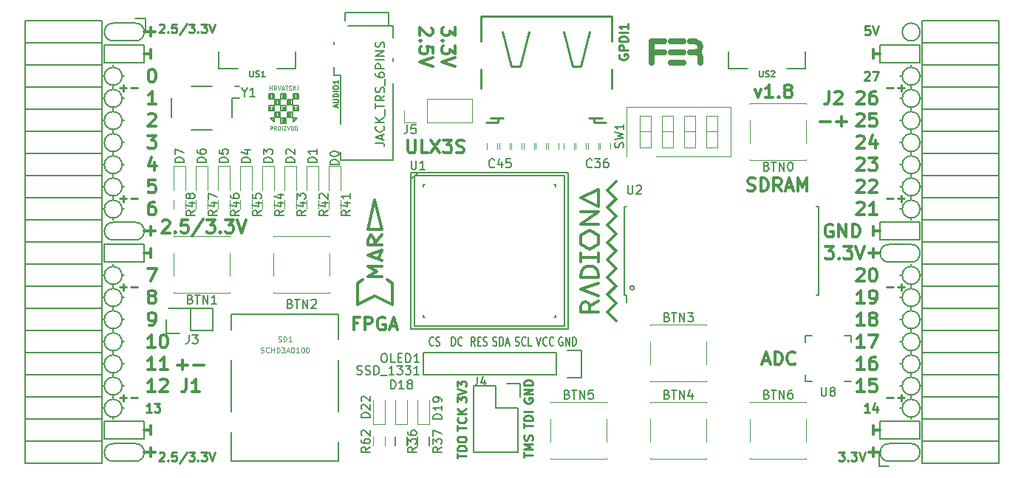
<source format=gto>
G04 #@! TF.FileFunction,Legend,Top*
%FSLAX46Y46*%
G04 Gerber Fmt 4.6, Leading zero omitted, Abs format (unit mm)*
G04 Created by KiCad (PCBNEW 4.0.7+dfsg1-1) date Mon Apr  2 17:17:36 2018*
%MOMM*%
%LPD*%
G01*
G04 APERTURE LIST*
%ADD10C,0.100000*%
%ADD11C,0.300000*%
%ADD12C,0.200000*%
%ADD13C,0.250000*%
%ADD14C,0.120000*%
%ADD15C,0.150000*%
%ADD16C,0.700000*%
%ADD17C,0.254000*%
%ADD18C,0.152400*%
%ADD19C,0.124460*%
%ADD20C,0.075000*%
G04 APERTURE END LIST*
D10*
D11*
X134560429Y-62144715D02*
X134560429Y-63073286D01*
X133989000Y-62573286D01*
X133989000Y-62787572D01*
X133917571Y-62930429D01*
X133846143Y-63001858D01*
X133703286Y-63073286D01*
X133346143Y-63073286D01*
X133203286Y-63001858D01*
X133131857Y-62930429D01*
X133060429Y-62787572D01*
X133060429Y-62359000D01*
X133131857Y-62216143D01*
X133203286Y-62144715D01*
X133203286Y-63716143D02*
X133131857Y-63787571D01*
X133060429Y-63716143D01*
X133131857Y-63644714D01*
X133203286Y-63716143D01*
X133060429Y-63716143D01*
X134560429Y-64287572D02*
X134560429Y-65216143D01*
X133989000Y-64716143D01*
X133989000Y-64930429D01*
X133917571Y-65073286D01*
X133846143Y-65144715D01*
X133703286Y-65216143D01*
X133346143Y-65216143D01*
X133203286Y-65144715D01*
X133131857Y-65073286D01*
X133060429Y-64930429D01*
X133060429Y-64501857D01*
X133131857Y-64359000D01*
X133203286Y-64287572D01*
X134560429Y-65644714D02*
X133060429Y-66144714D01*
X134560429Y-66644714D01*
X131877571Y-62216143D02*
X131949000Y-62287572D01*
X132020429Y-62430429D01*
X132020429Y-62787572D01*
X131949000Y-62930429D01*
X131877571Y-63001858D01*
X131734714Y-63073286D01*
X131591857Y-63073286D01*
X131377571Y-63001858D01*
X130520429Y-62144715D01*
X130520429Y-63073286D01*
X130663286Y-63716143D02*
X130591857Y-63787571D01*
X130520429Y-63716143D01*
X130591857Y-63644714D01*
X130663286Y-63716143D01*
X130520429Y-63716143D01*
X132020429Y-65144715D02*
X132020429Y-64430429D01*
X131306143Y-64359000D01*
X131377571Y-64430429D01*
X131449000Y-64573286D01*
X131449000Y-64930429D01*
X131377571Y-65073286D01*
X131306143Y-65144715D01*
X131163286Y-65216143D01*
X130806143Y-65216143D01*
X130663286Y-65144715D01*
X130591857Y-65073286D01*
X130520429Y-64930429D01*
X130520429Y-64573286D01*
X130591857Y-64430429D01*
X130663286Y-64359000D01*
X132020429Y-65644714D02*
X130520429Y-66144714D01*
X132020429Y-66644714D01*
X102760000Y-100897143D02*
X103902857Y-100897143D01*
X103331428Y-101468571D02*
X103331428Y-100325714D01*
X104617143Y-100897143D02*
X105760000Y-100897143D01*
X168919144Y-69226571D02*
X169276287Y-70226571D01*
X169633429Y-69226571D01*
X170990572Y-70226571D02*
X170133429Y-70226571D01*
X170562001Y-70226571D02*
X170562001Y-68726571D01*
X170419144Y-68940857D01*
X170276286Y-69083714D01*
X170133429Y-69155143D01*
X171633429Y-70083714D02*
X171704857Y-70155143D01*
X171633429Y-70226571D01*
X171562000Y-70155143D01*
X171633429Y-70083714D01*
X171633429Y-70226571D01*
X172562001Y-69369429D02*
X172419143Y-69298000D01*
X172347715Y-69226571D01*
X172276286Y-69083714D01*
X172276286Y-69012286D01*
X172347715Y-68869429D01*
X172419143Y-68798000D01*
X172562001Y-68726571D01*
X172847715Y-68726571D01*
X172990572Y-68798000D01*
X173062001Y-68869429D01*
X173133429Y-69012286D01*
X173133429Y-69083714D01*
X173062001Y-69226571D01*
X172990572Y-69298000D01*
X172847715Y-69369429D01*
X172562001Y-69369429D01*
X172419143Y-69440857D01*
X172347715Y-69512286D01*
X172276286Y-69655143D01*
X172276286Y-69940857D01*
X172347715Y-70083714D01*
X172419143Y-70155143D01*
X172562001Y-70226571D01*
X172847715Y-70226571D01*
X172990572Y-70155143D01*
X173062001Y-70083714D01*
X173133429Y-69940857D01*
X173133429Y-69655143D01*
X173062001Y-69512286D01*
X172990572Y-69440857D01*
X172847715Y-69369429D01*
X182492000Y-87582000D02*
X182492000Y-88598000D01*
X181984000Y-88090000D02*
X183254000Y-88090000D01*
X182492000Y-110442000D02*
X182492000Y-111458000D01*
X183254000Y-110950000D02*
X181984000Y-110950000D01*
X99688000Y-110442000D02*
X99688000Y-111458000D01*
X98926000Y-110950000D02*
X100196000Y-110950000D01*
X99688000Y-62182000D02*
X99688000Y-63198000D01*
X98926000Y-62690000D02*
X100196000Y-62690000D01*
X99688000Y-85042000D02*
X99688000Y-86058000D01*
X98926000Y-85550000D02*
X100196000Y-85550000D01*
D12*
X97910000Y-63706000D02*
G75*
G03X97910000Y-61674000I0J1016000D01*
G01*
X184270000Y-109934000D02*
G75*
G03X184270000Y-111966000I0J-1016000D01*
G01*
X95370000Y-111966000D02*
X97910000Y-111966000D01*
X95370000Y-109934000D02*
X97910000Y-109934000D01*
X97910000Y-111966000D02*
G75*
G03X97910000Y-109934000I0J1016000D01*
G01*
X95370000Y-109934000D02*
G75*
G03X95370000Y-111966000I0J-1016000D01*
G01*
X95370000Y-61674000D02*
X97910000Y-61674000D01*
X95370000Y-63706000D02*
X97910000Y-63706000D01*
X95370000Y-61674000D02*
G75*
G03X95370000Y-63706000I0J-1016000D01*
G01*
X95370000Y-84534000D02*
X97910000Y-84534000D01*
X95370000Y-86566000D02*
X97910000Y-86566000D01*
X95370000Y-84534000D02*
G75*
G03X95370000Y-86566000I0J-1016000D01*
G01*
X97910000Y-86566000D02*
G75*
G03X97910000Y-84534000I0J1016000D01*
G01*
X187826000Y-62690000D02*
G75*
G03X187826000Y-62690000I-1016000J0D01*
G01*
X184270000Y-89106000D02*
X186810000Y-89106000D01*
X184270000Y-87074000D02*
X186810000Y-87074000D01*
X184270000Y-87074000D02*
G75*
G03X184270000Y-89106000I0J-1016000D01*
G01*
X186810000Y-89106000D02*
G75*
G03X186810000Y-87074000I0J1016000D01*
G01*
X186810000Y-111966000D02*
X184270000Y-111966000D01*
X186810000Y-109934000D02*
X184270000Y-109934000D01*
X186810000Y-111966000D02*
G75*
G03X186810000Y-109934000I0J1016000D01*
G01*
X94354000Y-66246000D02*
X94354000Y-64214000D01*
X98926000Y-66246000D02*
X94354000Y-66246000D01*
X98926000Y-64214000D02*
X98926000Y-66246000D01*
X94354000Y-64214000D02*
X98926000Y-64214000D01*
X94354000Y-87074000D02*
X98926000Y-87074000D01*
X94354000Y-89106000D02*
X94354000Y-87074000D01*
X98926000Y-89106000D02*
X94354000Y-89106000D01*
X98926000Y-87074000D02*
X98926000Y-89106000D01*
X94354000Y-109426000D02*
X98926000Y-109426000D01*
X94354000Y-107394000D02*
X94354000Y-109426000D01*
X98926000Y-107394000D02*
X94354000Y-107394000D01*
X98926000Y-109426000D02*
X98926000Y-107394000D01*
X183254000Y-109426000D02*
X187826000Y-109426000D01*
X183254000Y-107394000D02*
X183254000Y-109426000D01*
X187826000Y-107394000D02*
X187826000Y-109426000D01*
X183254000Y-107394000D02*
X187826000Y-107394000D01*
X183254000Y-66246000D02*
X187826000Y-66246000D01*
X183254000Y-64214000D02*
X183254000Y-66246000D01*
X187826000Y-64214000D02*
X183254000Y-64214000D01*
X187826000Y-66246000D02*
X187826000Y-64214000D01*
X183254000Y-84534000D02*
X187826000Y-84534000D01*
X183254000Y-86566000D02*
X183254000Y-84534000D01*
X187826000Y-86566000D02*
X183254000Y-86566000D01*
X187826000Y-84534000D02*
X187826000Y-86566000D01*
D13*
X96148000Y-69111429D02*
X96909905Y-69111429D01*
X96528953Y-69492381D02*
X96528953Y-68730476D01*
X97386095Y-69111429D02*
X98148000Y-69111429D01*
X96148000Y-81811429D02*
X96909905Y-81811429D01*
X96528953Y-82192381D02*
X96528953Y-81430476D01*
X97386095Y-81811429D02*
X98148000Y-81811429D01*
X96148000Y-91971429D02*
X96909905Y-91971429D01*
X96528953Y-92352381D02*
X96528953Y-91590476D01*
X97386095Y-91971429D02*
X98148000Y-91971429D01*
X96148000Y-104671429D02*
X96909905Y-104671429D01*
X96528953Y-105052381D02*
X96528953Y-104290476D01*
X97386095Y-104671429D02*
X98148000Y-104671429D01*
X184032000Y-104671429D02*
X184793905Y-104671429D01*
X185270095Y-104671429D02*
X186032000Y-104671429D01*
X185651048Y-105052381D02*
X185651048Y-104290476D01*
X184032000Y-91971429D02*
X184793905Y-91971429D01*
X185270095Y-91971429D02*
X186032000Y-91971429D01*
X185651048Y-92352381D02*
X185651048Y-91590476D01*
X184032000Y-81811429D02*
X184793905Y-81811429D01*
X185270095Y-81811429D02*
X186032000Y-81811429D01*
X185651048Y-82192381D02*
X185651048Y-81430476D01*
X184032000Y-69111429D02*
X184793905Y-69111429D01*
X185270095Y-69111429D02*
X186032000Y-69111429D01*
X185651048Y-69492381D02*
X185651048Y-68730476D01*
D11*
X176420000Y-72957143D02*
X177562857Y-72957143D01*
X178277143Y-72957143D02*
X179420000Y-72957143D01*
X178848571Y-73528571D02*
X178848571Y-72385714D01*
D12*
X187826000Y-67770000D02*
G75*
G03X187826000Y-67770000I-1016000J0D01*
G01*
X187826000Y-70310000D02*
G75*
G03X187826000Y-70310000I-1016000J0D01*
G01*
X187826000Y-72850000D02*
G75*
G03X187826000Y-72850000I-1016000J0D01*
G01*
X187826000Y-75390000D02*
G75*
G03X187826000Y-75390000I-1016000J0D01*
G01*
X187826000Y-77930000D02*
G75*
G03X187826000Y-77930000I-1016000J0D01*
G01*
X187826000Y-80470000D02*
G75*
G03X187826000Y-80470000I-1016000J0D01*
G01*
X187826000Y-83010000D02*
G75*
G03X187826000Y-83010000I-1016000J0D01*
G01*
X187826000Y-90630000D02*
G75*
G03X187826000Y-90630000I-1016000J0D01*
G01*
X187826000Y-93170000D02*
G75*
G03X187826000Y-93170000I-1016000J0D01*
G01*
X187826000Y-95710000D02*
G75*
G03X187826000Y-95710000I-1016000J0D01*
G01*
X187826000Y-98250000D02*
G75*
G03X187826000Y-98250000I-1016000J0D01*
G01*
X187826000Y-100790000D02*
G75*
G03X187826000Y-100790000I-1016000J0D01*
G01*
X187826000Y-103330000D02*
G75*
G03X187826000Y-103330000I-1016000J0D01*
G01*
X187826000Y-105870000D02*
G75*
G03X187826000Y-105870000I-1016000J0D01*
G01*
X96386000Y-105870000D02*
G75*
G03X96386000Y-105870000I-1016000J0D01*
G01*
X96386000Y-103330000D02*
G75*
G03X96386000Y-103330000I-1016000J0D01*
G01*
X96386000Y-100790000D02*
G75*
G03X96386000Y-100790000I-1016000J0D01*
G01*
X96386000Y-98250000D02*
G75*
G03X96386000Y-98250000I-1016000J0D01*
G01*
X96386000Y-95710000D02*
G75*
G03X96386000Y-95710000I-1016000J0D01*
G01*
X96386000Y-93170000D02*
G75*
G03X96386000Y-93170000I-1016000J0D01*
G01*
X96386000Y-90630000D02*
G75*
G03X96386000Y-90630000I-1016000J0D01*
G01*
X96386000Y-83010000D02*
G75*
G03X96386000Y-83010000I-1016000J0D01*
G01*
X96386000Y-80470000D02*
G75*
G03X96386000Y-80470000I-1016000J0D01*
G01*
X96386000Y-77930000D02*
G75*
G03X96386000Y-77930000I-1016000J0D01*
G01*
X96386000Y-75390000D02*
G75*
G03X96386000Y-75390000I-1016000J0D01*
G01*
X96386000Y-72850000D02*
G75*
G03X96386000Y-72850000I-1016000J0D01*
G01*
X96386000Y-70310000D02*
G75*
G03X96386000Y-70310000I-1016000J0D01*
G01*
X96386000Y-67770000D02*
G75*
G03X96386000Y-67770000I-1016000J0D01*
G01*
D11*
X177793143Y-84800000D02*
X177650286Y-84728571D01*
X177436000Y-84728571D01*
X177221715Y-84800000D01*
X177078857Y-84942857D01*
X177007429Y-85085714D01*
X176936000Y-85371429D01*
X176936000Y-85585714D01*
X177007429Y-85871429D01*
X177078857Y-86014286D01*
X177221715Y-86157143D01*
X177436000Y-86228571D01*
X177578857Y-86228571D01*
X177793143Y-86157143D01*
X177864572Y-86085714D01*
X177864572Y-85585714D01*
X177578857Y-85585714D01*
X178507429Y-86228571D02*
X178507429Y-84728571D01*
X179364572Y-86228571D01*
X179364572Y-84728571D01*
X180078858Y-86228571D02*
X180078858Y-84728571D01*
X180436001Y-84728571D01*
X180650286Y-84800000D01*
X180793144Y-84942857D01*
X180864572Y-85085714D01*
X180936001Y-85371429D01*
X180936001Y-85585714D01*
X180864572Y-85871429D01*
X180793144Y-86014286D01*
X180650286Y-86157143D01*
X180436001Y-86228571D01*
X180078858Y-86228571D01*
X182492000Y-86058000D02*
X182492000Y-85042000D01*
X183254000Y-85550000D02*
X182492000Y-85550000D01*
X182492000Y-107902000D02*
X182492000Y-108918000D01*
X182492000Y-108410000D02*
X183254000Y-108410000D01*
D13*
X182047524Y-106322381D02*
X181476095Y-106322381D01*
X181761809Y-106322381D02*
X181761809Y-105322381D01*
X181666571Y-105465238D01*
X181571333Y-105560476D01*
X181476095Y-105608095D01*
X182904667Y-105655714D02*
X182904667Y-106322381D01*
X182666571Y-105274762D02*
X182428476Y-105989048D01*
X183047524Y-105989048D01*
X181476095Y-67317619D02*
X181523714Y-67270000D01*
X181618952Y-67222381D01*
X181857048Y-67222381D01*
X181952286Y-67270000D01*
X181999905Y-67317619D01*
X182047524Y-67412857D01*
X182047524Y-67508095D01*
X181999905Y-67650952D01*
X181428476Y-68222381D01*
X182047524Y-68222381D01*
X182380857Y-67222381D02*
X183047524Y-67222381D01*
X182618952Y-68222381D01*
D11*
X182492000Y-64722000D02*
X182492000Y-65738000D01*
X182492000Y-65230000D02*
X183254000Y-65230000D01*
X99688000Y-107902000D02*
X99688000Y-108918000D01*
X98926000Y-108410000D02*
X99688000Y-108410000D01*
X99315001Y-74568571D02*
X100243572Y-74568571D01*
X99743572Y-75140000D01*
X99957858Y-75140000D01*
X100100715Y-75211429D01*
X100172144Y-75282857D01*
X100243572Y-75425714D01*
X100243572Y-75782857D01*
X100172144Y-75925714D01*
X100100715Y-75997143D01*
X99957858Y-76068571D01*
X99529286Y-76068571D01*
X99386429Y-75997143D01*
X99315001Y-75925714D01*
X100100715Y-77608571D02*
X100100715Y-78608571D01*
X99743572Y-77037143D02*
X99386429Y-78108571D01*
X100315001Y-78108571D01*
X100172144Y-79648571D02*
X99457858Y-79648571D01*
X99386429Y-80362857D01*
X99457858Y-80291429D01*
X99600715Y-80220000D01*
X99957858Y-80220000D01*
X100100715Y-80291429D01*
X100172144Y-80362857D01*
X100243572Y-80505714D01*
X100243572Y-80862857D01*
X100172144Y-81005714D01*
X100100715Y-81077143D01*
X99957858Y-81148571D01*
X99600715Y-81148571D01*
X99457858Y-81077143D01*
X99386429Y-81005714D01*
D13*
X99751524Y-106322381D02*
X99180095Y-106322381D01*
X99465809Y-106322381D02*
X99465809Y-105322381D01*
X99370571Y-105465238D01*
X99275333Y-105560476D01*
X99180095Y-105608095D01*
X100084857Y-105322381D02*
X100703905Y-105322381D01*
X100370571Y-105703333D01*
X100513429Y-105703333D01*
X100608667Y-105750952D01*
X100656286Y-105798571D01*
X100703905Y-105893810D01*
X100703905Y-106131905D01*
X100656286Y-106227143D01*
X100608667Y-106274762D01*
X100513429Y-106322381D01*
X100227714Y-106322381D01*
X100132476Y-106274762D01*
X100084857Y-106227143D01*
D11*
X99315001Y-89808571D02*
X100315001Y-89808571D01*
X99672144Y-91308571D01*
X99688000Y-87582000D02*
X99688000Y-88598000D01*
X98926000Y-88090000D02*
X99688000Y-88090000D01*
X99688000Y-64722000D02*
X99688000Y-65738000D01*
X98926000Y-65230000D02*
X99688000Y-65230000D01*
D13*
X100655476Y-61874619D02*
X100703095Y-61827000D01*
X100798333Y-61779381D01*
X101036429Y-61779381D01*
X101131667Y-61827000D01*
X101179286Y-61874619D01*
X101226905Y-61969857D01*
X101226905Y-62065095D01*
X101179286Y-62207952D01*
X100607857Y-62779381D01*
X101226905Y-62779381D01*
X101655476Y-62684143D02*
X101703095Y-62731762D01*
X101655476Y-62779381D01*
X101607857Y-62731762D01*
X101655476Y-62684143D01*
X101655476Y-62779381D01*
X102607857Y-61779381D02*
X102131666Y-61779381D01*
X102084047Y-62255571D01*
X102131666Y-62207952D01*
X102226904Y-62160333D01*
X102465000Y-62160333D01*
X102560238Y-62207952D01*
X102607857Y-62255571D01*
X102655476Y-62350810D01*
X102655476Y-62588905D01*
X102607857Y-62684143D01*
X102560238Y-62731762D01*
X102465000Y-62779381D01*
X102226904Y-62779381D01*
X102131666Y-62731762D01*
X102084047Y-62684143D01*
X103798333Y-61731762D02*
X102941190Y-63017476D01*
X104036428Y-61779381D02*
X104655476Y-61779381D01*
X104322142Y-62160333D01*
X104465000Y-62160333D01*
X104560238Y-62207952D01*
X104607857Y-62255571D01*
X104655476Y-62350810D01*
X104655476Y-62588905D01*
X104607857Y-62684143D01*
X104560238Y-62731762D01*
X104465000Y-62779381D01*
X104179285Y-62779381D01*
X104084047Y-62731762D01*
X104036428Y-62684143D01*
X105084047Y-62684143D02*
X105131666Y-62731762D01*
X105084047Y-62779381D01*
X105036428Y-62731762D01*
X105084047Y-62684143D01*
X105084047Y-62779381D01*
X105464999Y-61779381D02*
X106084047Y-61779381D01*
X105750713Y-62160333D01*
X105893571Y-62160333D01*
X105988809Y-62207952D01*
X106036428Y-62255571D01*
X106084047Y-62350810D01*
X106084047Y-62588905D01*
X106036428Y-62684143D01*
X105988809Y-62731762D01*
X105893571Y-62779381D01*
X105607856Y-62779381D01*
X105512618Y-62731762D01*
X105464999Y-62684143D01*
X106369761Y-61779381D02*
X106703094Y-62779381D01*
X107036428Y-61779381D01*
X178522762Y-110910381D02*
X179141810Y-110910381D01*
X178808476Y-111291333D01*
X178951334Y-111291333D01*
X179046572Y-111338952D01*
X179094191Y-111386571D01*
X179141810Y-111481810D01*
X179141810Y-111719905D01*
X179094191Y-111815143D01*
X179046572Y-111862762D01*
X178951334Y-111910381D01*
X178665619Y-111910381D01*
X178570381Y-111862762D01*
X178522762Y-111815143D01*
X179570381Y-111815143D02*
X179618000Y-111862762D01*
X179570381Y-111910381D01*
X179522762Y-111862762D01*
X179570381Y-111815143D01*
X179570381Y-111910381D01*
X179951333Y-110910381D02*
X180570381Y-110910381D01*
X180237047Y-111291333D01*
X180379905Y-111291333D01*
X180475143Y-111338952D01*
X180522762Y-111386571D01*
X180570381Y-111481810D01*
X180570381Y-111719905D01*
X180522762Y-111815143D01*
X180475143Y-111862762D01*
X180379905Y-111910381D01*
X180094190Y-111910381D01*
X179998952Y-111862762D01*
X179951333Y-111815143D01*
X180856095Y-110910381D02*
X181189428Y-111910381D01*
X181522762Y-110910381D01*
D11*
X101004714Y-84381429D02*
X101076143Y-84310000D01*
X101219000Y-84238571D01*
X101576143Y-84238571D01*
X101719000Y-84310000D01*
X101790429Y-84381429D01*
X101861857Y-84524286D01*
X101861857Y-84667143D01*
X101790429Y-84881429D01*
X100933286Y-85738571D01*
X101861857Y-85738571D01*
X102504714Y-85595714D02*
X102576142Y-85667143D01*
X102504714Y-85738571D01*
X102433285Y-85667143D01*
X102504714Y-85595714D01*
X102504714Y-85738571D01*
X103933286Y-84238571D02*
X103219000Y-84238571D01*
X103147571Y-84952857D01*
X103219000Y-84881429D01*
X103361857Y-84810000D01*
X103719000Y-84810000D01*
X103861857Y-84881429D01*
X103933286Y-84952857D01*
X104004714Y-85095714D01*
X104004714Y-85452857D01*
X103933286Y-85595714D01*
X103861857Y-85667143D01*
X103719000Y-85738571D01*
X103361857Y-85738571D01*
X103219000Y-85667143D01*
X103147571Y-85595714D01*
X105718999Y-84167143D02*
X104433285Y-86095714D01*
X106076143Y-84238571D02*
X107004714Y-84238571D01*
X106504714Y-84810000D01*
X106719000Y-84810000D01*
X106861857Y-84881429D01*
X106933286Y-84952857D01*
X107004714Y-85095714D01*
X107004714Y-85452857D01*
X106933286Y-85595714D01*
X106861857Y-85667143D01*
X106719000Y-85738571D01*
X106290428Y-85738571D01*
X106147571Y-85667143D01*
X106076143Y-85595714D01*
X107647571Y-85595714D02*
X107718999Y-85667143D01*
X107647571Y-85738571D01*
X107576142Y-85667143D01*
X107647571Y-85595714D01*
X107647571Y-85738571D01*
X108219000Y-84238571D02*
X109147571Y-84238571D01*
X108647571Y-84810000D01*
X108861857Y-84810000D01*
X109004714Y-84881429D01*
X109076143Y-84952857D01*
X109147571Y-85095714D01*
X109147571Y-85452857D01*
X109076143Y-85595714D01*
X109004714Y-85667143D01*
X108861857Y-85738571D01*
X108433285Y-85738571D01*
X108290428Y-85667143D01*
X108219000Y-85595714D01*
X109576142Y-84238571D02*
X110076142Y-85738571D01*
X110576142Y-84238571D01*
D13*
X100655476Y-111023619D02*
X100703095Y-110976000D01*
X100798333Y-110928381D01*
X101036429Y-110928381D01*
X101131667Y-110976000D01*
X101179286Y-111023619D01*
X101226905Y-111118857D01*
X101226905Y-111214095D01*
X101179286Y-111356952D01*
X100607857Y-111928381D01*
X101226905Y-111928381D01*
X101655476Y-111833143D02*
X101703095Y-111880762D01*
X101655476Y-111928381D01*
X101607857Y-111880762D01*
X101655476Y-111833143D01*
X101655476Y-111928381D01*
X102607857Y-110928381D02*
X102131666Y-110928381D01*
X102084047Y-111404571D01*
X102131666Y-111356952D01*
X102226904Y-111309333D01*
X102465000Y-111309333D01*
X102560238Y-111356952D01*
X102607857Y-111404571D01*
X102655476Y-111499810D01*
X102655476Y-111737905D01*
X102607857Y-111833143D01*
X102560238Y-111880762D01*
X102465000Y-111928381D01*
X102226904Y-111928381D01*
X102131666Y-111880762D01*
X102084047Y-111833143D01*
X103798333Y-110880762D02*
X102941190Y-112166476D01*
X104036428Y-110928381D02*
X104655476Y-110928381D01*
X104322142Y-111309333D01*
X104465000Y-111309333D01*
X104560238Y-111356952D01*
X104607857Y-111404571D01*
X104655476Y-111499810D01*
X104655476Y-111737905D01*
X104607857Y-111833143D01*
X104560238Y-111880762D01*
X104465000Y-111928381D01*
X104179285Y-111928381D01*
X104084047Y-111880762D01*
X104036428Y-111833143D01*
X105084047Y-111833143D02*
X105131666Y-111880762D01*
X105084047Y-111928381D01*
X105036428Y-111880762D01*
X105084047Y-111833143D01*
X105084047Y-111928381D01*
X105464999Y-110928381D02*
X106084047Y-110928381D01*
X105750713Y-111309333D01*
X105893571Y-111309333D01*
X105988809Y-111356952D01*
X106036428Y-111404571D01*
X106084047Y-111499810D01*
X106084047Y-111737905D01*
X106036428Y-111833143D01*
X105988809Y-111880762D01*
X105893571Y-111928381D01*
X105607856Y-111928381D01*
X105512618Y-111880762D01*
X105464999Y-111833143D01*
X106369761Y-110928381D02*
X106703094Y-111928381D01*
X107036428Y-110928381D01*
X182047524Y-62015381D02*
X181571333Y-62015381D01*
X181523714Y-62491571D01*
X181571333Y-62443952D01*
X181666571Y-62396333D01*
X181904667Y-62396333D01*
X181999905Y-62443952D01*
X182047524Y-62491571D01*
X182095143Y-62586810D01*
X182095143Y-62824905D01*
X182047524Y-62920143D01*
X181999905Y-62967762D01*
X181904667Y-63015381D01*
X181666571Y-63015381D01*
X181571333Y-62967762D01*
X181523714Y-62920143D01*
X182380857Y-62015381D02*
X182714190Y-63015381D01*
X183047524Y-62015381D01*
D11*
X180587143Y-69631429D02*
X180658572Y-69560000D01*
X180801429Y-69488571D01*
X181158572Y-69488571D01*
X181301429Y-69560000D01*
X181372858Y-69631429D01*
X181444286Y-69774286D01*
X181444286Y-69917143D01*
X181372858Y-70131429D01*
X180515715Y-70988571D01*
X181444286Y-70988571D01*
X182730000Y-69488571D02*
X182444286Y-69488571D01*
X182301429Y-69560000D01*
X182230000Y-69631429D01*
X182087143Y-69845714D01*
X182015714Y-70131429D01*
X182015714Y-70702857D01*
X182087143Y-70845714D01*
X182158571Y-70917143D01*
X182301429Y-70988571D01*
X182587143Y-70988571D01*
X182730000Y-70917143D01*
X182801429Y-70845714D01*
X182872857Y-70702857D01*
X182872857Y-70345714D01*
X182801429Y-70202857D01*
X182730000Y-70131429D01*
X182587143Y-70060000D01*
X182301429Y-70060000D01*
X182158571Y-70131429D01*
X182087143Y-70202857D01*
X182015714Y-70345714D01*
X180587143Y-72171429D02*
X180658572Y-72100000D01*
X180801429Y-72028571D01*
X181158572Y-72028571D01*
X181301429Y-72100000D01*
X181372858Y-72171429D01*
X181444286Y-72314286D01*
X181444286Y-72457143D01*
X181372858Y-72671429D01*
X180515715Y-73528571D01*
X181444286Y-73528571D01*
X182801429Y-72028571D02*
X182087143Y-72028571D01*
X182015714Y-72742857D01*
X182087143Y-72671429D01*
X182230000Y-72600000D01*
X182587143Y-72600000D01*
X182730000Y-72671429D01*
X182801429Y-72742857D01*
X182872857Y-72885714D01*
X182872857Y-73242857D01*
X182801429Y-73385714D01*
X182730000Y-73457143D01*
X182587143Y-73528571D01*
X182230000Y-73528571D01*
X182087143Y-73457143D01*
X182015714Y-73385714D01*
X180587143Y-74711429D02*
X180658572Y-74640000D01*
X180801429Y-74568571D01*
X181158572Y-74568571D01*
X181301429Y-74640000D01*
X181372858Y-74711429D01*
X181444286Y-74854286D01*
X181444286Y-74997143D01*
X181372858Y-75211429D01*
X180515715Y-76068571D01*
X181444286Y-76068571D01*
X182730000Y-75068571D02*
X182730000Y-76068571D01*
X182372857Y-74497143D02*
X182015714Y-75568571D01*
X182944286Y-75568571D01*
X180587143Y-77251429D02*
X180658572Y-77180000D01*
X180801429Y-77108571D01*
X181158572Y-77108571D01*
X181301429Y-77180000D01*
X181372858Y-77251429D01*
X181444286Y-77394286D01*
X181444286Y-77537143D01*
X181372858Y-77751429D01*
X180515715Y-78608571D01*
X181444286Y-78608571D01*
X181944286Y-77108571D02*
X182872857Y-77108571D01*
X182372857Y-77680000D01*
X182587143Y-77680000D01*
X182730000Y-77751429D01*
X182801429Y-77822857D01*
X182872857Y-77965714D01*
X182872857Y-78322857D01*
X182801429Y-78465714D01*
X182730000Y-78537143D01*
X182587143Y-78608571D01*
X182158571Y-78608571D01*
X182015714Y-78537143D01*
X181944286Y-78465714D01*
X180587143Y-79791429D02*
X180658572Y-79720000D01*
X180801429Y-79648571D01*
X181158572Y-79648571D01*
X181301429Y-79720000D01*
X181372858Y-79791429D01*
X181444286Y-79934286D01*
X181444286Y-80077143D01*
X181372858Y-80291429D01*
X180515715Y-81148571D01*
X181444286Y-81148571D01*
X182015714Y-79791429D02*
X182087143Y-79720000D01*
X182230000Y-79648571D01*
X182587143Y-79648571D01*
X182730000Y-79720000D01*
X182801429Y-79791429D01*
X182872857Y-79934286D01*
X182872857Y-80077143D01*
X182801429Y-80291429D01*
X181944286Y-81148571D01*
X182872857Y-81148571D01*
X180587143Y-82331429D02*
X180658572Y-82260000D01*
X180801429Y-82188571D01*
X181158572Y-82188571D01*
X181301429Y-82260000D01*
X181372858Y-82331429D01*
X181444286Y-82474286D01*
X181444286Y-82617143D01*
X181372858Y-82831429D01*
X180515715Y-83688571D01*
X181444286Y-83688571D01*
X182872857Y-83688571D02*
X182015714Y-83688571D01*
X182444286Y-83688571D02*
X182444286Y-82188571D01*
X182301429Y-82402857D01*
X182158571Y-82545714D01*
X182015714Y-82617143D01*
X176975715Y-87268571D02*
X177904286Y-87268571D01*
X177404286Y-87840000D01*
X177618572Y-87840000D01*
X177761429Y-87911429D01*
X177832858Y-87982857D01*
X177904286Y-88125714D01*
X177904286Y-88482857D01*
X177832858Y-88625714D01*
X177761429Y-88697143D01*
X177618572Y-88768571D01*
X177190000Y-88768571D01*
X177047143Y-88697143D01*
X176975715Y-88625714D01*
X178547143Y-88625714D02*
X178618571Y-88697143D01*
X178547143Y-88768571D01*
X178475714Y-88697143D01*
X178547143Y-88625714D01*
X178547143Y-88768571D01*
X179118572Y-87268571D02*
X180047143Y-87268571D01*
X179547143Y-87840000D01*
X179761429Y-87840000D01*
X179904286Y-87911429D01*
X179975715Y-87982857D01*
X180047143Y-88125714D01*
X180047143Y-88482857D01*
X179975715Y-88625714D01*
X179904286Y-88697143D01*
X179761429Y-88768571D01*
X179332857Y-88768571D01*
X179190000Y-88697143D01*
X179118572Y-88625714D01*
X180475714Y-87268571D02*
X180975714Y-88768571D01*
X181475714Y-87268571D01*
X180587143Y-89951429D02*
X180658572Y-89880000D01*
X180801429Y-89808571D01*
X181158572Y-89808571D01*
X181301429Y-89880000D01*
X181372858Y-89951429D01*
X181444286Y-90094286D01*
X181444286Y-90237143D01*
X181372858Y-90451429D01*
X180515715Y-91308571D01*
X181444286Y-91308571D01*
X182372857Y-89808571D02*
X182515714Y-89808571D01*
X182658571Y-89880000D01*
X182730000Y-89951429D01*
X182801429Y-90094286D01*
X182872857Y-90380000D01*
X182872857Y-90737143D01*
X182801429Y-91022857D01*
X182730000Y-91165714D01*
X182658571Y-91237143D01*
X182515714Y-91308571D01*
X182372857Y-91308571D01*
X182230000Y-91237143D01*
X182158571Y-91165714D01*
X182087143Y-91022857D01*
X182015714Y-90737143D01*
X182015714Y-90380000D01*
X182087143Y-90094286D01*
X182158571Y-89951429D01*
X182230000Y-89880000D01*
X182372857Y-89808571D01*
X181444286Y-93848571D02*
X180587143Y-93848571D01*
X181015715Y-93848571D02*
X181015715Y-92348571D01*
X180872858Y-92562857D01*
X180730000Y-92705714D01*
X180587143Y-92777143D01*
X182158571Y-93848571D02*
X182444286Y-93848571D01*
X182587143Y-93777143D01*
X182658571Y-93705714D01*
X182801429Y-93491429D01*
X182872857Y-93205714D01*
X182872857Y-92634286D01*
X182801429Y-92491429D01*
X182730000Y-92420000D01*
X182587143Y-92348571D01*
X182301429Y-92348571D01*
X182158571Y-92420000D01*
X182087143Y-92491429D01*
X182015714Y-92634286D01*
X182015714Y-92991429D01*
X182087143Y-93134286D01*
X182158571Y-93205714D01*
X182301429Y-93277143D01*
X182587143Y-93277143D01*
X182730000Y-93205714D01*
X182801429Y-93134286D01*
X182872857Y-92991429D01*
X181444286Y-96388571D02*
X180587143Y-96388571D01*
X181015715Y-96388571D02*
X181015715Y-94888571D01*
X180872858Y-95102857D01*
X180730000Y-95245714D01*
X180587143Y-95317143D01*
X182301429Y-95531429D02*
X182158571Y-95460000D01*
X182087143Y-95388571D01*
X182015714Y-95245714D01*
X182015714Y-95174286D01*
X182087143Y-95031429D01*
X182158571Y-94960000D01*
X182301429Y-94888571D01*
X182587143Y-94888571D01*
X182730000Y-94960000D01*
X182801429Y-95031429D01*
X182872857Y-95174286D01*
X182872857Y-95245714D01*
X182801429Y-95388571D01*
X182730000Y-95460000D01*
X182587143Y-95531429D01*
X182301429Y-95531429D01*
X182158571Y-95602857D01*
X182087143Y-95674286D01*
X182015714Y-95817143D01*
X182015714Y-96102857D01*
X182087143Y-96245714D01*
X182158571Y-96317143D01*
X182301429Y-96388571D01*
X182587143Y-96388571D01*
X182730000Y-96317143D01*
X182801429Y-96245714D01*
X182872857Y-96102857D01*
X182872857Y-95817143D01*
X182801429Y-95674286D01*
X182730000Y-95602857D01*
X182587143Y-95531429D01*
X181444286Y-98928571D02*
X180587143Y-98928571D01*
X181015715Y-98928571D02*
X181015715Y-97428571D01*
X180872858Y-97642857D01*
X180730000Y-97785714D01*
X180587143Y-97857143D01*
X181944286Y-97428571D02*
X182944286Y-97428571D01*
X182301429Y-98928571D01*
X181444286Y-101468571D02*
X180587143Y-101468571D01*
X181015715Y-101468571D02*
X181015715Y-99968571D01*
X180872858Y-100182857D01*
X180730000Y-100325714D01*
X180587143Y-100397143D01*
X182730000Y-99968571D02*
X182444286Y-99968571D01*
X182301429Y-100040000D01*
X182230000Y-100111429D01*
X182087143Y-100325714D01*
X182015714Y-100611429D01*
X182015714Y-101182857D01*
X182087143Y-101325714D01*
X182158571Y-101397143D01*
X182301429Y-101468571D01*
X182587143Y-101468571D01*
X182730000Y-101397143D01*
X182801429Y-101325714D01*
X182872857Y-101182857D01*
X182872857Y-100825714D01*
X182801429Y-100682857D01*
X182730000Y-100611429D01*
X182587143Y-100540000D01*
X182301429Y-100540000D01*
X182158571Y-100611429D01*
X182087143Y-100682857D01*
X182015714Y-100825714D01*
X181444286Y-104008571D02*
X180587143Y-104008571D01*
X181015715Y-104008571D02*
X181015715Y-102508571D01*
X180872858Y-102722857D01*
X180730000Y-102865714D01*
X180587143Y-102937143D01*
X182801429Y-102508571D02*
X182087143Y-102508571D01*
X182015714Y-103222857D01*
X182087143Y-103151429D01*
X182230000Y-103080000D01*
X182587143Y-103080000D01*
X182730000Y-103151429D01*
X182801429Y-103222857D01*
X182872857Y-103365714D01*
X182872857Y-103722857D01*
X182801429Y-103865714D01*
X182730000Y-103937143D01*
X182587143Y-104008571D01*
X182230000Y-104008571D01*
X182087143Y-103937143D01*
X182015714Y-103865714D01*
D12*
X186810000Y-66500000D02*
X186810000Y-66754000D01*
X187826000Y-67770000D02*
X188080000Y-67770000D01*
X185540000Y-67770000D02*
X185794000Y-67770000D01*
X186810000Y-69294000D02*
X186810000Y-68786000D01*
X187826000Y-70310000D02*
X188080000Y-70310000D01*
X185540000Y-70310000D02*
X185794000Y-70310000D01*
X186810000Y-71326000D02*
X186810000Y-71834000D01*
X187826000Y-72850000D02*
X188080000Y-72850000D01*
X185540000Y-72850000D02*
X185794000Y-72850000D01*
X186810000Y-73866000D02*
X186810000Y-74374000D01*
X187826000Y-75390000D02*
X188080000Y-75390000D01*
X185540000Y-75390000D02*
X185794000Y-75390000D01*
X186810000Y-76406000D02*
X186810000Y-76914000D01*
X187826000Y-77930000D02*
X188080000Y-77930000D01*
X185540000Y-77930000D02*
X185794000Y-77930000D01*
X186810000Y-79454000D02*
X186810000Y-78946000D01*
X187826000Y-80470000D02*
X188080000Y-80470000D01*
X185540000Y-80470000D02*
X185794000Y-80470000D01*
X186810000Y-81994000D02*
X186810000Y-81486000D01*
X187826000Y-83010000D02*
X188080000Y-83010000D01*
X185540000Y-83010000D02*
X185794000Y-83010000D01*
X186810000Y-84026000D02*
X186810000Y-84280000D01*
X186810000Y-89360000D02*
X186810000Y-89614000D01*
X187826000Y-90630000D02*
X188080000Y-90630000D01*
X185540000Y-90630000D02*
X185794000Y-90630000D01*
X186810000Y-91646000D02*
X186810000Y-92154000D01*
X187826000Y-93170000D02*
X188080000Y-93170000D01*
X185540000Y-93170000D02*
X185794000Y-93170000D01*
X186810000Y-94186000D02*
X186810000Y-94694000D01*
X187826000Y-95710000D02*
X188080000Y-95710000D01*
X185540000Y-95710000D02*
X185794000Y-95710000D01*
X186810000Y-97234000D02*
X186810000Y-96726000D01*
X187826000Y-98250000D02*
X188080000Y-98250000D01*
X185540000Y-98250000D02*
X185794000Y-98250000D01*
X187826000Y-100790000D02*
X188080000Y-100790000D01*
X185540000Y-100790000D02*
X185794000Y-100790000D01*
X186810000Y-99266000D02*
X186810000Y-99774000D01*
X186810000Y-102314000D02*
X186810000Y-101806000D01*
X187826000Y-103330000D02*
X188080000Y-103330000D01*
X185540000Y-103330000D02*
X185794000Y-103330000D01*
X186810000Y-104346000D02*
X186810000Y-104854000D01*
X185540000Y-105870000D02*
X185794000Y-105870000D01*
X187826000Y-105870000D02*
X188080000Y-105870000D01*
X186810000Y-106886000D02*
X186810000Y-107140000D01*
X95370000Y-66754000D02*
X95370000Y-66500000D01*
X96386000Y-67770000D02*
X96640000Y-67770000D01*
X94100000Y-67770000D02*
X94354000Y-67770000D01*
X95370000Y-68786000D02*
X95370000Y-69294000D01*
X96386000Y-70310000D02*
X96640000Y-70310000D01*
X94100000Y-70310000D02*
X94354000Y-70310000D01*
X95370000Y-71326000D02*
X95370000Y-71834000D01*
X96386000Y-72850000D02*
X96640000Y-72850000D01*
X94100000Y-72850000D02*
X94354000Y-72850000D01*
X95370000Y-73866000D02*
X95370000Y-74374000D01*
X96386000Y-75390000D02*
X96640000Y-75390000D01*
X95370000Y-76406000D02*
X95370000Y-76914000D01*
X96386000Y-77930000D02*
X96640000Y-77930000D01*
X94100000Y-77930000D02*
X94354000Y-77930000D01*
X95370000Y-79454000D02*
X95370000Y-78946000D01*
X96386000Y-80470000D02*
X96640000Y-80470000D01*
X94100000Y-80470000D02*
X94354000Y-80470000D01*
X95370000Y-81486000D02*
X95370000Y-81994000D01*
X96386000Y-83010000D02*
X96640000Y-83010000D01*
X95370000Y-84026000D02*
X95370000Y-84280000D01*
X94100000Y-83010000D02*
X94354000Y-83010000D01*
X95370000Y-106886000D02*
X95370000Y-107140000D01*
X95370000Y-89360000D02*
X95370000Y-89614000D01*
X96386000Y-93170000D02*
X96640000Y-93170000D01*
X94100000Y-93170000D02*
X94354000Y-93170000D01*
X95370000Y-94186000D02*
X95370000Y-94694000D01*
X94100000Y-90630000D02*
X94354000Y-90630000D01*
X96386000Y-90630000D02*
X96640000Y-90630000D01*
X95370000Y-92154000D02*
X95370000Y-91646000D01*
X96386000Y-95710000D02*
X96640000Y-95710000D01*
X94100000Y-95710000D02*
X94354000Y-95710000D01*
X96386000Y-98250000D02*
X96640000Y-98250000D01*
X94354000Y-98250000D02*
X94100000Y-98250000D01*
X95370000Y-96726000D02*
X95370000Y-97234000D01*
X95370000Y-99266000D02*
X95370000Y-99774000D01*
X94100000Y-100790000D02*
X94354000Y-100790000D01*
X96386000Y-100790000D02*
X96640000Y-100790000D01*
X94100000Y-103330000D02*
X94354000Y-103330000D01*
X96386000Y-103330000D02*
X96640000Y-103330000D01*
X95370000Y-101806000D02*
X95370000Y-102314000D01*
X95370000Y-104346000D02*
X95370000Y-104854000D01*
X96386000Y-105870000D02*
X96640000Y-105870000D01*
X94100000Y-105870000D02*
X94354000Y-105870000D01*
D11*
X100164286Y-104008571D02*
X99307143Y-104008571D01*
X99735715Y-104008571D02*
X99735715Y-102508571D01*
X99592858Y-102722857D01*
X99450000Y-102865714D01*
X99307143Y-102937143D01*
X100735714Y-102651429D02*
X100807143Y-102580000D01*
X100950000Y-102508571D01*
X101307143Y-102508571D01*
X101450000Y-102580000D01*
X101521429Y-102651429D01*
X101592857Y-102794286D01*
X101592857Y-102937143D01*
X101521429Y-103151429D01*
X100664286Y-104008571D01*
X101592857Y-104008571D01*
X100164286Y-101468571D02*
X99307143Y-101468571D01*
X99735715Y-101468571D02*
X99735715Y-99968571D01*
X99592858Y-100182857D01*
X99450000Y-100325714D01*
X99307143Y-100397143D01*
X101592857Y-101468571D02*
X100735714Y-101468571D01*
X101164286Y-101468571D02*
X101164286Y-99968571D01*
X101021429Y-100182857D01*
X100878571Y-100325714D01*
X100735714Y-100397143D01*
X100164286Y-98928571D02*
X99307143Y-98928571D01*
X99735715Y-98928571D02*
X99735715Y-97428571D01*
X99592858Y-97642857D01*
X99450000Y-97785714D01*
X99307143Y-97857143D01*
X101092857Y-97428571D02*
X101235714Y-97428571D01*
X101378571Y-97500000D01*
X101450000Y-97571429D01*
X101521429Y-97714286D01*
X101592857Y-98000000D01*
X101592857Y-98357143D01*
X101521429Y-98642857D01*
X101450000Y-98785714D01*
X101378571Y-98857143D01*
X101235714Y-98928571D01*
X101092857Y-98928571D01*
X100950000Y-98857143D01*
X100878571Y-98785714D01*
X100807143Y-98642857D01*
X100735714Y-98357143D01*
X100735714Y-98000000D01*
X100807143Y-97714286D01*
X100878571Y-97571429D01*
X100950000Y-97500000D01*
X101092857Y-97428571D01*
X99529286Y-96388571D02*
X99815001Y-96388571D01*
X99957858Y-96317143D01*
X100029286Y-96245714D01*
X100172144Y-96031429D01*
X100243572Y-95745714D01*
X100243572Y-95174286D01*
X100172144Y-95031429D01*
X100100715Y-94960000D01*
X99957858Y-94888571D01*
X99672144Y-94888571D01*
X99529286Y-94960000D01*
X99457858Y-95031429D01*
X99386429Y-95174286D01*
X99386429Y-95531429D01*
X99457858Y-95674286D01*
X99529286Y-95745714D01*
X99672144Y-95817143D01*
X99957858Y-95817143D01*
X100100715Y-95745714D01*
X100172144Y-95674286D01*
X100243572Y-95531429D01*
X99672144Y-92991429D02*
X99529286Y-92920000D01*
X99457858Y-92848571D01*
X99386429Y-92705714D01*
X99386429Y-92634286D01*
X99457858Y-92491429D01*
X99529286Y-92420000D01*
X99672144Y-92348571D01*
X99957858Y-92348571D01*
X100100715Y-92420000D01*
X100172144Y-92491429D01*
X100243572Y-92634286D01*
X100243572Y-92705714D01*
X100172144Y-92848571D01*
X100100715Y-92920000D01*
X99957858Y-92991429D01*
X99672144Y-92991429D01*
X99529286Y-93062857D01*
X99457858Y-93134286D01*
X99386429Y-93277143D01*
X99386429Y-93562857D01*
X99457858Y-93705714D01*
X99529286Y-93777143D01*
X99672144Y-93848571D01*
X99957858Y-93848571D01*
X100100715Y-93777143D01*
X100172144Y-93705714D01*
X100243572Y-93562857D01*
X100243572Y-93277143D01*
X100172144Y-93134286D01*
X100100715Y-93062857D01*
X99957858Y-92991429D01*
X100100715Y-82188571D02*
X99815001Y-82188571D01*
X99672144Y-82260000D01*
X99600715Y-82331429D01*
X99457858Y-82545714D01*
X99386429Y-82831429D01*
X99386429Y-83402857D01*
X99457858Y-83545714D01*
X99529286Y-83617143D01*
X99672144Y-83688571D01*
X99957858Y-83688571D01*
X100100715Y-83617143D01*
X100172144Y-83545714D01*
X100243572Y-83402857D01*
X100243572Y-83045714D01*
X100172144Y-82902857D01*
X100100715Y-82831429D01*
X99957858Y-82760000D01*
X99672144Y-82760000D01*
X99529286Y-82831429D01*
X99457858Y-82902857D01*
X99386429Y-83045714D01*
X99386429Y-72171429D02*
X99457858Y-72100000D01*
X99600715Y-72028571D01*
X99957858Y-72028571D01*
X100100715Y-72100000D01*
X100172144Y-72171429D01*
X100243572Y-72314286D01*
X100243572Y-72457143D01*
X100172144Y-72671429D01*
X99315001Y-73528571D01*
X100243572Y-73528571D01*
X100243572Y-70988571D02*
X99386429Y-70988571D01*
X99815001Y-70988571D02*
X99815001Y-69488571D01*
X99672144Y-69702857D01*
X99529286Y-69845714D01*
X99386429Y-69917143D01*
X99743572Y-66948571D02*
X99886429Y-66948571D01*
X100029286Y-67020000D01*
X100100715Y-67091429D01*
X100172144Y-67234286D01*
X100243572Y-67520000D01*
X100243572Y-67877143D01*
X100172144Y-68162857D01*
X100100715Y-68305714D01*
X100029286Y-68377143D01*
X99886429Y-68448571D01*
X99743572Y-68448571D01*
X99600715Y-68377143D01*
X99529286Y-68305714D01*
X99457858Y-68162857D01*
X99386429Y-67877143D01*
X99386429Y-67520000D01*
X99457858Y-67234286D01*
X99529286Y-67091429D01*
X99600715Y-67020000D01*
X99743572Y-66948571D01*
X129148429Y-75076571D02*
X129148429Y-76290857D01*
X129219857Y-76433714D01*
X129291286Y-76505143D01*
X129434143Y-76576571D01*
X129719857Y-76576571D01*
X129862715Y-76505143D01*
X129934143Y-76433714D01*
X130005572Y-76290857D01*
X130005572Y-75076571D01*
X131434144Y-76576571D02*
X130719858Y-76576571D01*
X130719858Y-75076571D01*
X131791287Y-75076571D02*
X132791287Y-76576571D01*
X132791287Y-75076571D02*
X131791287Y-76576571D01*
X133219858Y-75076571D02*
X134148429Y-75076571D01*
X133648429Y-75648000D01*
X133862715Y-75648000D01*
X134005572Y-75719429D01*
X134077001Y-75790857D01*
X134148429Y-75933714D01*
X134148429Y-76290857D01*
X134077001Y-76433714D01*
X134005572Y-76505143D01*
X133862715Y-76576571D01*
X133434143Y-76576571D01*
X133291286Y-76505143D01*
X133219858Y-76433714D01*
X134719857Y-76505143D02*
X134934143Y-76576571D01*
X135291286Y-76576571D01*
X135434143Y-76505143D01*
X135505572Y-76433714D01*
X135577000Y-76290857D01*
X135577000Y-76148000D01*
X135505572Y-76005143D01*
X135434143Y-75933714D01*
X135291286Y-75862286D01*
X135005572Y-75790857D01*
X134862714Y-75719429D01*
X134791286Y-75648000D01*
X134719857Y-75505143D01*
X134719857Y-75362286D01*
X134791286Y-75219429D01*
X134862714Y-75148000D01*
X135005572Y-75076571D01*
X135362714Y-75076571D01*
X135577000Y-75148000D01*
X123413429Y-96110857D02*
X122913429Y-96110857D01*
X122913429Y-96896571D02*
X122913429Y-95396571D01*
X123627715Y-95396571D01*
X124199143Y-96896571D02*
X124199143Y-95396571D01*
X124770571Y-95396571D01*
X124913429Y-95468000D01*
X124984857Y-95539429D01*
X125056286Y-95682286D01*
X125056286Y-95896571D01*
X124984857Y-96039429D01*
X124913429Y-96110857D01*
X124770571Y-96182286D01*
X124199143Y-96182286D01*
X126484857Y-95468000D02*
X126342000Y-95396571D01*
X126127714Y-95396571D01*
X125913429Y-95468000D01*
X125770571Y-95610857D01*
X125699143Y-95753714D01*
X125627714Y-96039429D01*
X125627714Y-96253714D01*
X125699143Y-96539429D01*
X125770571Y-96682286D01*
X125913429Y-96825143D01*
X126127714Y-96896571D01*
X126270571Y-96896571D01*
X126484857Y-96825143D01*
X126556286Y-96753714D01*
X126556286Y-96253714D01*
X126270571Y-96253714D01*
X127127714Y-96468000D02*
X127842000Y-96468000D01*
X126984857Y-96896571D02*
X127484857Y-95396571D01*
X127984857Y-96896571D01*
X168077929Y-80886643D02*
X168292215Y-80958071D01*
X168649358Y-80958071D01*
X168792215Y-80886643D01*
X168863644Y-80815214D01*
X168935072Y-80672357D01*
X168935072Y-80529500D01*
X168863644Y-80386643D01*
X168792215Y-80315214D01*
X168649358Y-80243786D01*
X168363644Y-80172357D01*
X168220786Y-80100929D01*
X168149358Y-80029500D01*
X168077929Y-79886643D01*
X168077929Y-79743786D01*
X168149358Y-79600929D01*
X168220786Y-79529500D01*
X168363644Y-79458071D01*
X168720786Y-79458071D01*
X168935072Y-79529500D01*
X169577929Y-80958071D02*
X169577929Y-79458071D01*
X169935072Y-79458071D01*
X170149357Y-79529500D01*
X170292215Y-79672357D01*
X170363643Y-79815214D01*
X170435072Y-80100929D01*
X170435072Y-80315214D01*
X170363643Y-80600929D01*
X170292215Y-80743786D01*
X170149357Y-80886643D01*
X169935072Y-80958071D01*
X169577929Y-80958071D01*
X171935072Y-80958071D02*
X171435072Y-80243786D01*
X171077929Y-80958071D02*
X171077929Y-79458071D01*
X171649357Y-79458071D01*
X171792215Y-79529500D01*
X171863643Y-79600929D01*
X171935072Y-79743786D01*
X171935072Y-79958071D01*
X171863643Y-80100929D01*
X171792215Y-80172357D01*
X171649357Y-80243786D01*
X171077929Y-80243786D01*
X172506500Y-80529500D02*
X173220786Y-80529500D01*
X172363643Y-80958071D02*
X172863643Y-79458071D01*
X173363643Y-80958071D01*
X173863643Y-80958071D02*
X173863643Y-79458071D01*
X174363643Y-80529500D01*
X174863643Y-79458071D01*
X174863643Y-80958071D01*
X169822857Y-100450000D02*
X170537143Y-100450000D01*
X169680000Y-100878571D02*
X170180000Y-99378571D01*
X170680000Y-100878571D01*
X171180000Y-100878571D02*
X171180000Y-99378571D01*
X171537143Y-99378571D01*
X171751428Y-99450000D01*
X171894286Y-99592857D01*
X171965714Y-99735714D01*
X172037143Y-100021429D01*
X172037143Y-100235714D01*
X171965714Y-100521429D01*
X171894286Y-100664286D01*
X171751428Y-100807143D01*
X171537143Y-100878571D01*
X171180000Y-100878571D01*
X173537143Y-100735714D02*
X173465714Y-100807143D01*
X173251428Y-100878571D01*
X173108571Y-100878571D01*
X172894286Y-100807143D01*
X172751428Y-100664286D01*
X172680000Y-100521429D01*
X172608571Y-100235714D01*
X172608571Y-100021429D01*
X172680000Y-99735714D01*
X172751428Y-99592857D01*
X172894286Y-99450000D01*
X173108571Y-99378571D01*
X173251428Y-99378571D01*
X173465714Y-99450000D01*
X173537143Y-99521429D01*
D13*
X142447381Y-111521333D02*
X142447381Y-110949904D01*
X143447381Y-111235619D02*
X142447381Y-111235619D01*
X143447381Y-110616571D02*
X142447381Y-110616571D01*
X143161667Y-110283237D01*
X142447381Y-109949904D01*
X143447381Y-109949904D01*
X143399762Y-109521333D02*
X143447381Y-109378476D01*
X143447381Y-109140380D01*
X143399762Y-109045142D01*
X143352143Y-108997523D01*
X143256905Y-108949904D01*
X143161667Y-108949904D01*
X143066429Y-108997523D01*
X143018810Y-109045142D01*
X142971190Y-109140380D01*
X142923571Y-109330857D01*
X142875952Y-109426095D01*
X142828333Y-109473714D01*
X142733095Y-109521333D01*
X142637857Y-109521333D01*
X142542619Y-109473714D01*
X142495000Y-109426095D01*
X142447381Y-109330857D01*
X142447381Y-109092761D01*
X142495000Y-108949904D01*
X142447381Y-108163809D02*
X142447381Y-107592380D01*
X143447381Y-107878095D02*
X142447381Y-107878095D01*
X143447381Y-107259047D02*
X142447381Y-107259047D01*
X142447381Y-107020952D01*
X142495000Y-106878094D01*
X142590238Y-106782856D01*
X142685476Y-106735237D01*
X142875952Y-106687618D01*
X143018810Y-106687618D01*
X143209286Y-106735237D01*
X143304524Y-106782856D01*
X143399762Y-106878094D01*
X143447381Y-107020952D01*
X143447381Y-107259047D01*
X143447381Y-106259047D02*
X142447381Y-106259047D01*
X142495000Y-104726904D02*
X142447381Y-104822142D01*
X142447381Y-104964999D01*
X142495000Y-105107857D01*
X142590238Y-105203095D01*
X142685476Y-105250714D01*
X142875952Y-105298333D01*
X143018810Y-105298333D01*
X143209286Y-105250714D01*
X143304524Y-105203095D01*
X143399762Y-105107857D01*
X143447381Y-104964999D01*
X143447381Y-104869761D01*
X143399762Y-104726904D01*
X143352143Y-104679285D01*
X143018810Y-104679285D01*
X143018810Y-104869761D01*
X143447381Y-104250714D02*
X142447381Y-104250714D01*
X143447381Y-103679285D01*
X142447381Y-103679285D01*
X143447381Y-103203095D02*
X142447381Y-103203095D01*
X142447381Y-102965000D01*
X142495000Y-102822142D01*
X142590238Y-102726904D01*
X142685476Y-102679285D01*
X142875952Y-102631666D01*
X143018810Y-102631666D01*
X143209286Y-102679285D01*
X143304524Y-102726904D01*
X143399762Y-102822142D01*
X143447381Y-102965000D01*
X143447381Y-103203095D01*
X134827381Y-111624524D02*
X134827381Y-111053095D01*
X135827381Y-111338810D02*
X134827381Y-111338810D01*
X135827381Y-110719762D02*
X134827381Y-110719762D01*
X134827381Y-110481667D01*
X134875000Y-110338809D01*
X134970238Y-110243571D01*
X135065476Y-110195952D01*
X135255952Y-110148333D01*
X135398810Y-110148333D01*
X135589286Y-110195952D01*
X135684524Y-110243571D01*
X135779762Y-110338809D01*
X135827381Y-110481667D01*
X135827381Y-110719762D01*
X134827381Y-109529286D02*
X134827381Y-109338809D01*
X134875000Y-109243571D01*
X134970238Y-109148333D01*
X135160714Y-109100714D01*
X135494048Y-109100714D01*
X135684524Y-109148333D01*
X135779762Y-109243571D01*
X135827381Y-109338809D01*
X135827381Y-109529286D01*
X135779762Y-109624524D01*
X135684524Y-109719762D01*
X135494048Y-109767381D01*
X135160714Y-109767381D01*
X134970238Y-109719762D01*
X134875000Y-109624524D01*
X134827381Y-109529286D01*
X134827381Y-108425714D02*
X134827381Y-107854285D01*
X135827381Y-108140000D02*
X134827381Y-108140000D01*
X135732143Y-106949523D02*
X135779762Y-106997142D01*
X135827381Y-107139999D01*
X135827381Y-107235237D01*
X135779762Y-107378095D01*
X135684524Y-107473333D01*
X135589286Y-107520952D01*
X135398810Y-107568571D01*
X135255952Y-107568571D01*
X135065476Y-107520952D01*
X134970238Y-107473333D01*
X134875000Y-107378095D01*
X134827381Y-107235237D01*
X134827381Y-107139999D01*
X134875000Y-106997142D01*
X134922619Y-106949523D01*
X135827381Y-106520952D02*
X134827381Y-106520952D01*
X135827381Y-105949523D02*
X135255952Y-106378095D01*
X134827381Y-105949523D02*
X135398810Y-106520952D01*
X134827381Y-105203095D02*
X134827381Y-104584047D01*
X135208333Y-104917381D01*
X135208333Y-104774523D01*
X135255952Y-104679285D01*
X135303571Y-104631666D01*
X135398810Y-104584047D01*
X135636905Y-104584047D01*
X135732143Y-104631666D01*
X135779762Y-104679285D01*
X135827381Y-104774523D01*
X135827381Y-105060238D01*
X135779762Y-105155476D01*
X135732143Y-105203095D01*
X134827381Y-104298333D02*
X135827381Y-103965000D01*
X134827381Y-103631666D01*
X134827381Y-103393571D02*
X134827381Y-102774523D01*
X135208333Y-103107857D01*
X135208333Y-102964999D01*
X135255952Y-102869761D01*
X135303571Y-102822142D01*
X135398810Y-102774523D01*
X135636905Y-102774523D01*
X135732143Y-102822142D01*
X135779762Y-102869761D01*
X135827381Y-102964999D01*
X135827381Y-103250714D01*
X135779762Y-103345952D01*
X135732143Y-103393571D01*
D14*
X136466000Y-73055000D02*
X136466000Y-70395000D01*
X131326000Y-73055000D02*
X136466000Y-73055000D01*
X131326000Y-70395000D02*
X136466000Y-70395000D01*
X131326000Y-73055000D02*
X131326000Y-70395000D01*
X130056000Y-73055000D02*
X128726000Y-73055000D01*
X128726000Y-73055000D02*
X128726000Y-71725000D01*
D15*
X85270000Y-112220000D02*
X94100000Y-112220000D01*
X85270000Y-109680000D02*
X85270000Y-112220000D01*
X94100000Y-109680000D02*
X94100000Y-112220000D01*
X94100000Y-112220000D02*
X85270000Y-112220000D01*
X94100000Y-109680000D02*
X85270000Y-109680000D01*
X94100000Y-107140000D02*
X94100000Y-109680000D01*
X85270000Y-107140000D02*
X85270000Y-109680000D01*
X85270000Y-109680000D02*
X94100000Y-109680000D01*
X85270000Y-91900000D02*
X94100000Y-91900000D01*
X85270000Y-89360000D02*
X85270000Y-91900000D01*
X94100000Y-89360000D02*
X94100000Y-91900000D01*
X94100000Y-91900000D02*
X85270000Y-91900000D01*
X94100000Y-94440000D02*
X85270000Y-94440000D01*
X94100000Y-91900000D02*
X94100000Y-94440000D01*
X85270000Y-91900000D02*
X85270000Y-94440000D01*
X85270000Y-94440000D02*
X94100000Y-94440000D01*
X85270000Y-107140000D02*
X94100000Y-107140000D01*
X85270000Y-104600000D02*
X85270000Y-107140000D01*
X94100000Y-104600000D02*
X94100000Y-107140000D01*
X94100000Y-107140000D02*
X85270000Y-107140000D01*
X94100000Y-104600000D02*
X85270000Y-104600000D01*
X94100000Y-102060000D02*
X94100000Y-104600000D01*
X85270000Y-102060000D02*
X85270000Y-104600000D01*
X85270000Y-104600000D02*
X94100000Y-104600000D01*
X85270000Y-102060000D02*
X94100000Y-102060000D01*
X85270000Y-99520000D02*
X85270000Y-102060000D01*
X94100000Y-99520000D02*
X94100000Y-102060000D01*
X94100000Y-102060000D02*
X85270000Y-102060000D01*
X94100000Y-99520000D02*
X85270000Y-99520000D01*
X94100000Y-96980000D02*
X94100000Y-99520000D01*
X85270000Y-96980000D02*
X85270000Y-99520000D01*
X85270000Y-99520000D02*
X94100000Y-99520000D01*
X85270000Y-96980000D02*
X94100000Y-96980000D01*
X85270000Y-94440000D02*
X85270000Y-96980000D01*
X94100000Y-94440000D02*
X94100000Y-96980000D01*
X94100000Y-96980000D02*
X85270000Y-96980000D01*
X94100000Y-79200000D02*
X85270000Y-79200000D01*
X94100000Y-76660000D02*
X94100000Y-79200000D01*
X85270000Y-76660000D02*
X85270000Y-79200000D01*
X85270000Y-79200000D02*
X94100000Y-79200000D01*
X85270000Y-81740000D02*
X94100000Y-81740000D01*
X85270000Y-79200000D02*
X85270000Y-81740000D01*
X94100000Y-79200000D02*
X94100000Y-81740000D01*
X94100000Y-81740000D02*
X85270000Y-81740000D01*
X94100000Y-84280000D02*
X85270000Y-84280000D01*
X94100000Y-81740000D02*
X94100000Y-84280000D01*
X85270000Y-81740000D02*
X85270000Y-84280000D01*
X85270000Y-84280000D02*
X94100000Y-84280000D01*
X85270000Y-86820000D02*
X94100000Y-86820000D01*
X85270000Y-84280000D02*
X85270000Y-86820000D01*
X94100000Y-84280000D02*
X94100000Y-86820000D01*
X94100000Y-86820000D02*
X85270000Y-86820000D01*
X94100000Y-89360000D02*
X85270000Y-89360000D01*
X94100000Y-86820000D02*
X94100000Y-89360000D01*
X85270000Y-86820000D02*
X85270000Y-89360000D01*
X85270000Y-89360000D02*
X94100000Y-89360000D01*
X85270000Y-76660000D02*
X94100000Y-76660000D01*
X85270000Y-74120000D02*
X85270000Y-76660000D01*
X94100000Y-74120000D02*
X94100000Y-76660000D01*
X94100000Y-76660000D02*
X85270000Y-76660000D01*
X94100000Y-74120000D02*
X85270000Y-74120000D01*
X94100000Y-71580000D02*
X94100000Y-74120000D01*
X85270000Y-71580000D02*
X85270000Y-74120000D01*
X85270000Y-74120000D02*
X94100000Y-74120000D01*
X85270000Y-71580000D02*
X94100000Y-71580000D01*
X85270000Y-69040000D02*
X85270000Y-71580000D01*
X94100000Y-69040000D02*
X94100000Y-71580000D01*
X94100000Y-71580000D02*
X85270000Y-71580000D01*
X94100000Y-69040000D02*
X85270000Y-69040000D01*
X94100000Y-66500000D02*
X94100000Y-69040000D01*
X85270000Y-66500000D02*
X85270000Y-69040000D01*
X85270000Y-69040000D02*
X94100000Y-69040000D01*
X85270000Y-66500000D02*
X94100000Y-66500000D01*
X85270000Y-63960000D02*
X85270000Y-66500000D01*
X94100000Y-63960000D02*
X94100000Y-66500000D01*
X94100000Y-66500000D02*
X85270000Y-66500000D01*
X94100000Y-63960000D02*
X85270000Y-63960000D01*
X94100000Y-61420000D02*
X94100000Y-63960000D01*
X99060000Y-62690000D02*
X99060000Y-61140000D01*
X99060000Y-61140000D02*
X97910000Y-61140000D01*
X94100000Y-61420000D02*
X85270000Y-61420000D01*
X85270000Y-61420000D02*
X85270000Y-63960000D01*
X85270000Y-63960000D02*
X94100000Y-63960000D01*
X196910000Y-61420000D02*
X188080000Y-61420000D01*
X196910000Y-63960000D02*
X196910000Y-61420000D01*
X188080000Y-63960000D02*
X188080000Y-61420000D01*
X188080000Y-61420000D02*
X196910000Y-61420000D01*
X188080000Y-63960000D02*
X196910000Y-63960000D01*
X188080000Y-66500000D02*
X188080000Y-63960000D01*
X196910000Y-66500000D02*
X196910000Y-63960000D01*
X196910000Y-63960000D02*
X188080000Y-63960000D01*
X196910000Y-81740000D02*
X188080000Y-81740000D01*
X196910000Y-84280000D02*
X196910000Y-81740000D01*
X188080000Y-84280000D02*
X188080000Y-81740000D01*
X188080000Y-81740000D02*
X196910000Y-81740000D01*
X188080000Y-79200000D02*
X196910000Y-79200000D01*
X188080000Y-81740000D02*
X188080000Y-79200000D01*
X196910000Y-81740000D02*
X196910000Y-79200000D01*
X196910000Y-79200000D02*
X188080000Y-79200000D01*
X196910000Y-66500000D02*
X188080000Y-66500000D01*
X196910000Y-69040000D02*
X196910000Y-66500000D01*
X188080000Y-69040000D02*
X188080000Y-66500000D01*
X188080000Y-66500000D02*
X196910000Y-66500000D01*
X188080000Y-69040000D02*
X196910000Y-69040000D01*
X188080000Y-71580000D02*
X188080000Y-69040000D01*
X196910000Y-71580000D02*
X196910000Y-69040000D01*
X196910000Y-69040000D02*
X188080000Y-69040000D01*
X196910000Y-71580000D02*
X188080000Y-71580000D01*
X196910000Y-74120000D02*
X196910000Y-71580000D01*
X188080000Y-74120000D02*
X188080000Y-71580000D01*
X188080000Y-71580000D02*
X196910000Y-71580000D01*
X188080000Y-74120000D02*
X196910000Y-74120000D01*
X188080000Y-76660000D02*
X188080000Y-74120000D01*
X196910000Y-76660000D02*
X196910000Y-74120000D01*
X196910000Y-74120000D02*
X188080000Y-74120000D01*
X196910000Y-76660000D02*
X188080000Y-76660000D01*
X196910000Y-79200000D02*
X196910000Y-76660000D01*
X188080000Y-79200000D02*
X188080000Y-76660000D01*
X188080000Y-76660000D02*
X196910000Y-76660000D01*
X188080000Y-94440000D02*
X196910000Y-94440000D01*
X188080000Y-96980000D02*
X188080000Y-94440000D01*
X196910000Y-96980000D02*
X196910000Y-94440000D01*
X196910000Y-94440000D02*
X188080000Y-94440000D01*
X196910000Y-91900000D02*
X188080000Y-91900000D01*
X196910000Y-94440000D02*
X196910000Y-91900000D01*
X188080000Y-94440000D02*
X188080000Y-91900000D01*
X188080000Y-91900000D02*
X196910000Y-91900000D01*
X188080000Y-89360000D02*
X196910000Y-89360000D01*
X188080000Y-91900000D02*
X188080000Y-89360000D01*
X196910000Y-91900000D02*
X196910000Y-89360000D01*
X196910000Y-89360000D02*
X188080000Y-89360000D01*
X196910000Y-86820000D02*
X188080000Y-86820000D01*
X196910000Y-89360000D02*
X196910000Y-86820000D01*
X188080000Y-89360000D02*
X188080000Y-86820000D01*
X188080000Y-86820000D02*
X196910000Y-86820000D01*
X188080000Y-84280000D02*
X196910000Y-84280000D01*
X188080000Y-86820000D02*
X188080000Y-84280000D01*
X196910000Y-86820000D02*
X196910000Y-84280000D01*
X196910000Y-84280000D02*
X188080000Y-84280000D01*
X196910000Y-96980000D02*
X188080000Y-96980000D01*
X196910000Y-99520000D02*
X196910000Y-96980000D01*
X188080000Y-99520000D02*
X188080000Y-96980000D01*
X188080000Y-96980000D02*
X196910000Y-96980000D01*
X188080000Y-99520000D02*
X196910000Y-99520000D01*
X188080000Y-102060000D02*
X188080000Y-99520000D01*
X196910000Y-102060000D02*
X196910000Y-99520000D01*
X196910000Y-99520000D02*
X188080000Y-99520000D01*
X196910000Y-102060000D02*
X188080000Y-102060000D01*
X196910000Y-104600000D02*
X196910000Y-102060000D01*
X188080000Y-104600000D02*
X188080000Y-102060000D01*
X188080000Y-102060000D02*
X196910000Y-102060000D01*
X188080000Y-104600000D02*
X196910000Y-104600000D01*
X188080000Y-107140000D02*
X188080000Y-104600000D01*
X196910000Y-107140000D02*
X196910000Y-104600000D01*
X196910000Y-104600000D02*
X188080000Y-104600000D01*
X196910000Y-107140000D02*
X188080000Y-107140000D01*
X196910000Y-109680000D02*
X196910000Y-107140000D01*
X188080000Y-109680000D02*
X188080000Y-107140000D01*
X188080000Y-107140000D02*
X196910000Y-107140000D01*
X188080000Y-109680000D02*
X196910000Y-109680000D01*
X188080000Y-112220000D02*
X188080000Y-109680000D01*
X183120000Y-110950000D02*
X183120000Y-112500000D01*
X183120000Y-112500000D02*
X184270000Y-112500000D01*
X188080000Y-112220000D02*
X196910000Y-112220000D01*
X196910000Y-112220000D02*
X196910000Y-109680000D01*
X196910000Y-109680000D02*
X188080000Y-109680000D01*
X101440000Y-95710000D02*
X101440000Y-97260000D01*
X104260000Y-94440000D02*
X101720000Y-94440000D01*
X101440000Y-97260000D02*
X102990000Y-97260000D01*
X106800000Y-94440000D02*
X104260000Y-94440000D01*
X104260000Y-94440000D02*
X104260000Y-96980000D01*
X104260000Y-96980000D02*
X106800000Y-96980000D01*
X106800000Y-96980000D02*
X106800000Y-94440000D01*
X127715000Y-110180000D02*
X127715000Y-109180000D01*
X129065000Y-109180000D02*
X129065000Y-110180000D01*
X131605000Y-109180000D02*
X131605000Y-110180000D01*
X130255000Y-110180000D02*
X130255000Y-109180000D01*
X116280000Y-64925000D02*
X116280000Y-66925000D01*
X116280000Y-66925000D02*
X114130000Y-66925000D01*
X109630000Y-66925000D02*
X107480000Y-66925000D01*
X107480000Y-66925000D02*
X107480000Y-64975000D01*
X174700000Y-64925000D02*
X174700000Y-66925000D01*
X174700000Y-66925000D02*
X172550000Y-66925000D01*
X168050000Y-66925000D02*
X165900000Y-66925000D01*
X165900000Y-66925000D02*
X165900000Y-64975000D01*
X141725000Y-110950000D02*
X141725000Y-105870000D01*
X142005000Y-103050000D02*
X142005000Y-104600000D01*
X139185000Y-103330000D02*
X139185000Y-105870000D01*
X139185000Y-105870000D02*
X141725000Y-105870000D01*
X141725000Y-110950000D02*
X136645000Y-110950000D01*
X136645000Y-110950000D02*
X136645000Y-105870000D01*
X142005000Y-103050000D02*
X140455000Y-103050000D01*
X136645000Y-103330000D02*
X139185000Y-103330000D01*
X136645000Y-105870000D02*
X136645000Y-103330000D01*
X174660000Y-102780000D02*
X174660000Y-102030000D01*
X179910000Y-97530000D02*
X179910000Y-98280000D01*
X174660000Y-97530000D02*
X174660000Y-98280000D01*
X179910000Y-102780000D02*
X179160000Y-102780000D01*
X179910000Y-97530000D02*
X179160000Y-97530000D01*
X174660000Y-97530000D02*
X175410000Y-97530000D01*
X174660000Y-102780000D02*
X175410000Y-102780000D01*
X146170000Y-99520000D02*
X130930000Y-99520000D01*
X130930000Y-99520000D02*
X130930000Y-102060000D01*
X130930000Y-102060000D02*
X146170000Y-102060000D01*
X148990000Y-99240000D02*
X147440000Y-99240000D01*
X146170000Y-99520000D02*
X146170000Y-102060000D01*
X147440000Y-102340000D02*
X148990000Y-102340000D01*
X148990000Y-102340000D02*
X148990000Y-99240000D01*
D14*
X168340000Y-77350000D02*
X168340000Y-77320000D01*
X168340000Y-70890000D02*
X168340000Y-70920000D01*
X174800000Y-70890000D02*
X174800000Y-70920000D01*
X174800000Y-77320000D02*
X174800000Y-77350000D01*
X168340000Y-75420000D02*
X168340000Y-72820000D01*
X174800000Y-77350000D02*
X168340000Y-77350000D01*
X174800000Y-75420000D02*
X174800000Y-72820000D01*
X174800000Y-70890000D02*
X168340000Y-70890000D01*
X108760000Y-86130000D02*
X108760000Y-86160000D01*
X108760000Y-92590000D02*
X108760000Y-92560000D01*
X102300000Y-92590000D02*
X102300000Y-92560000D01*
X102300000Y-86160000D02*
X102300000Y-86130000D01*
X108760000Y-88060000D02*
X108760000Y-90660000D01*
X102300000Y-86130000D02*
X108760000Y-86130000D01*
X102300000Y-88060000D02*
X102300000Y-90660000D01*
X102300000Y-92590000D02*
X108760000Y-92590000D01*
X120190000Y-86130000D02*
X120190000Y-86160000D01*
X120190000Y-92590000D02*
X120190000Y-92560000D01*
X113730000Y-92590000D02*
X113730000Y-92560000D01*
X113730000Y-86160000D02*
X113730000Y-86130000D01*
X120190000Y-88060000D02*
X120190000Y-90660000D01*
X113730000Y-86130000D02*
X120190000Y-86130000D01*
X113730000Y-88060000D02*
X113730000Y-90660000D01*
X113730000Y-92590000D02*
X120190000Y-92590000D01*
X163370000Y-96290000D02*
X163370000Y-96320000D01*
X163370000Y-102750000D02*
X163370000Y-102720000D01*
X156910000Y-102750000D02*
X156910000Y-102720000D01*
X156910000Y-96320000D02*
X156910000Y-96290000D01*
X163370000Y-98220000D02*
X163370000Y-100820000D01*
X156910000Y-96290000D02*
X163370000Y-96290000D01*
X156910000Y-98220000D02*
X156910000Y-100820000D01*
X156910000Y-102750000D02*
X163370000Y-102750000D01*
X156910000Y-111640000D02*
X156910000Y-111610000D01*
X156910000Y-105180000D02*
X156910000Y-105210000D01*
X163370000Y-105180000D02*
X163370000Y-105210000D01*
X163370000Y-111610000D02*
X163370000Y-111640000D01*
X156910000Y-109710000D02*
X156910000Y-107110000D01*
X163370000Y-111640000D02*
X156910000Y-111640000D01*
X163370000Y-109710000D02*
X163370000Y-107110000D01*
X163370000Y-105180000D02*
X156910000Y-105180000D01*
X145480000Y-111640000D02*
X145480000Y-111610000D01*
X145480000Y-105180000D02*
X145480000Y-105210000D01*
X151940000Y-105180000D02*
X151940000Y-105210000D01*
X151940000Y-111610000D02*
X151940000Y-111640000D01*
X145480000Y-109710000D02*
X145480000Y-107110000D01*
X151940000Y-111640000D02*
X145480000Y-111640000D01*
X151940000Y-109710000D02*
X151940000Y-107110000D01*
X151940000Y-105180000D02*
X145480000Y-105180000D01*
X168340000Y-111640000D02*
X168340000Y-111610000D01*
X168340000Y-105180000D02*
X168340000Y-105210000D01*
X174800000Y-105180000D02*
X174800000Y-105210000D01*
X174800000Y-111610000D02*
X174800000Y-111640000D01*
X168340000Y-109710000D02*
X168340000Y-107110000D01*
X174800000Y-111640000D02*
X168340000Y-111640000D01*
X174800000Y-109710000D02*
X174800000Y-107110000D01*
X174800000Y-105180000D02*
X168340000Y-105180000D01*
X154160000Y-76965000D02*
X154160000Y-71275000D01*
X154160000Y-71275000D02*
X166120000Y-71275000D01*
X166120000Y-71275000D02*
X166120000Y-76965000D01*
X166120000Y-76965000D02*
X157600000Y-76965000D01*
X155695000Y-75930000D02*
X156965000Y-75930000D01*
X156965000Y-75930000D02*
X156965000Y-72310000D01*
X156965000Y-72310000D02*
X155695000Y-72310000D01*
X155695000Y-72310000D02*
X155695000Y-75930000D01*
X155695000Y-74120000D02*
X156965000Y-74120000D01*
X158235000Y-75930000D02*
X159505000Y-75930000D01*
X159505000Y-75930000D02*
X159505000Y-72310000D01*
X159505000Y-72310000D02*
X158235000Y-72310000D01*
X158235000Y-72310000D02*
X158235000Y-75930000D01*
X158235000Y-74120000D02*
X159505000Y-74120000D01*
X160775000Y-75930000D02*
X162045000Y-75930000D01*
X162045000Y-75930000D02*
X162045000Y-72310000D01*
X162045000Y-72310000D02*
X160775000Y-72310000D01*
X160775000Y-72310000D02*
X160775000Y-75930000D01*
X160775000Y-74120000D02*
X162045000Y-74120000D01*
X163315000Y-75930000D02*
X164585000Y-75930000D01*
X164585000Y-75930000D02*
X164585000Y-72310000D01*
X164585000Y-72310000D02*
X163315000Y-72310000D01*
X163315000Y-72310000D02*
X163315000Y-75930000D01*
X163315000Y-74120000D02*
X164585000Y-74120000D01*
D15*
X130880000Y-80200000D02*
X131080000Y-80200000D01*
X130880000Y-80400000D02*
X130880000Y-80200000D01*
X146080000Y-80200000D02*
X146080000Y-80400000D01*
X145880000Y-80200000D02*
X146080000Y-80200000D01*
X146080000Y-95400000D02*
X146080000Y-95200000D01*
X145880000Y-95400000D02*
X146080000Y-95400000D01*
X130880000Y-95400000D02*
X131080000Y-95400000D01*
X130880000Y-95200000D02*
X130880000Y-95400000D01*
X130280000Y-78800000D02*
X129480000Y-79600000D01*
X129480000Y-96800000D02*
X129480000Y-78800000D01*
X147480000Y-96800000D02*
X129480000Y-96800000D01*
X147480000Y-78800000D02*
X147480000Y-96800000D01*
X129480000Y-78800000D02*
X147480000Y-78800000D01*
X129880000Y-96400000D02*
X129880000Y-79200000D01*
X147080000Y-96400000D02*
X129880000Y-96400000D01*
X147080000Y-79200000D02*
X147080000Y-96400000D01*
X129880000Y-79200000D02*
X147080000Y-79200000D01*
D11*
X149980000Y-94836000D02*
X149980000Y-94136000D01*
X148980000Y-94836000D02*
X148980000Y-94136000D01*
X151980000Y-80836000D02*
X152980000Y-79836000D01*
X152980000Y-81836000D02*
X151980000Y-80836000D01*
X151980000Y-82836000D02*
X152980000Y-81836000D01*
X152980000Y-83836000D02*
X151980000Y-82836000D01*
X151980000Y-84836000D02*
X152980000Y-83836000D01*
X152980000Y-85836000D02*
X151980000Y-84836000D01*
X151980000Y-86836000D02*
X152980000Y-85836000D01*
X152980000Y-87836000D02*
X151980000Y-86836000D01*
X151980000Y-88836000D02*
X152980000Y-87836000D01*
X152980000Y-89836000D02*
X151980000Y-88836000D01*
X151980000Y-90836000D02*
X152980000Y-89836000D01*
X152980000Y-91836000D02*
X151980000Y-90836000D01*
X151980000Y-92836000D02*
X152980000Y-91836000D01*
X152980000Y-93836000D02*
X151980000Y-92836000D01*
X151980000Y-94836000D02*
X152980000Y-93836000D01*
X152980000Y-95836000D02*
X151980000Y-94836000D01*
X150980000Y-90836000D02*
X150980000Y-90536000D01*
X148980000Y-90836000D02*
X148980000Y-90536000D01*
X148980000Y-89036000D02*
X148980000Y-88036000D01*
X150980000Y-89036000D02*
X150980000Y-88036000D01*
X150980000Y-83336000D02*
X148980000Y-83336000D01*
X148980000Y-84736000D02*
X150980000Y-83336000D01*
X149980000Y-94136000D02*
X150980000Y-93536000D01*
X149980000Y-85436000D02*
X150980000Y-86036000D01*
X148980000Y-86036000D02*
X149980000Y-85436000D01*
X149980000Y-87636000D02*
X148980000Y-87036000D01*
X150980000Y-87036000D02*
X149980000Y-87636000D01*
X148980000Y-86036000D02*
X148980000Y-87036000D01*
X150980000Y-87036000D02*
X150980000Y-86036000D01*
X150980000Y-80736000D02*
X150980000Y-82736000D01*
X148980000Y-81736000D02*
X150980000Y-80736000D01*
X150980000Y-82736000D02*
X148980000Y-81736000D01*
X150980000Y-84736000D02*
X148980000Y-84736000D01*
X148980000Y-88536000D02*
X150980000Y-88536000D01*
X150980000Y-90536000D02*
G75*
G03X148980000Y-90536000I-1000000J0D01*
G01*
X150980000Y-90836000D02*
X148980000Y-90836000D01*
X148980000Y-92236000D02*
X150980000Y-91536000D01*
X150980000Y-92936000D02*
X148980000Y-92236000D01*
X149980000Y-94136000D02*
G75*
G03X148980000Y-94136000I-500000J0D01*
G01*
X150980000Y-94836000D02*
X148980000Y-94836000D01*
D16*
X162680000Y-65600000D02*
X162680000Y-66200000D01*
X162680000Y-65600000D02*
G75*
G03X162080000Y-65000000I-600000J0D01*
G01*
X162080000Y-65000000D02*
G75*
G03X162080000Y-63800000I0J600000D01*
G01*
X161480000Y-65000000D02*
X162080000Y-65000000D01*
X161480000Y-63800000D02*
X162080000Y-63800000D01*
X157080000Y-63800000D02*
X157080000Y-66200000D01*
X159280000Y-66200000D02*
X160680000Y-66200000D01*
X159280000Y-65000000D02*
X160680000Y-65000000D01*
X159280000Y-63800000D02*
X160680000Y-63800000D01*
X157080000Y-63800000D02*
X158480000Y-63800000D01*
X157080000Y-65000000D02*
X158480000Y-65000000D01*
D14*
X125150000Y-107670000D02*
X126550000Y-107670000D01*
X126550000Y-107670000D02*
X126550000Y-104870000D01*
X125150000Y-107670000D02*
X125150000Y-104870000D01*
X125170000Y-110180000D02*
X125170000Y-109180000D01*
X126530000Y-109180000D02*
X126530000Y-110180000D01*
X127690000Y-107670000D02*
X129090000Y-107670000D01*
X129090000Y-107670000D02*
X129090000Y-104870000D01*
X127690000Y-107670000D02*
X127690000Y-104870000D01*
X121470000Y-78035000D02*
X120070000Y-78035000D01*
X120070000Y-78035000D02*
X120070000Y-80835000D01*
X121470000Y-78035000D02*
X121470000Y-80835000D01*
X118930000Y-78035000D02*
X117530000Y-78035000D01*
X117530000Y-78035000D02*
X117530000Y-80835000D01*
X118930000Y-78035000D02*
X118930000Y-80835000D01*
X116390000Y-78035000D02*
X114990000Y-78035000D01*
X114990000Y-78035000D02*
X114990000Y-80835000D01*
X116390000Y-78035000D02*
X116390000Y-80835000D01*
X113850000Y-78035000D02*
X112450000Y-78035000D01*
X112450000Y-78035000D02*
X112450000Y-80835000D01*
X113850000Y-78035000D02*
X113850000Y-80835000D01*
X111310000Y-78035000D02*
X109910000Y-78035000D01*
X109910000Y-78035000D02*
X109910000Y-80835000D01*
X111310000Y-78035000D02*
X111310000Y-80835000D01*
X108770000Y-78035000D02*
X107370000Y-78035000D01*
X107370000Y-78035000D02*
X107370000Y-80835000D01*
X108770000Y-78035000D02*
X108770000Y-80835000D01*
X106230000Y-78035000D02*
X104830000Y-78035000D01*
X104830000Y-78035000D02*
X104830000Y-80835000D01*
X106230000Y-78035000D02*
X106230000Y-80835000D01*
X103690000Y-78035000D02*
X102290000Y-78035000D01*
X102290000Y-78035000D02*
X102290000Y-80835000D01*
X103690000Y-78035000D02*
X103690000Y-80835000D01*
X130230000Y-107670000D02*
X131630000Y-107670000D01*
X131630000Y-107670000D02*
X131630000Y-104870000D01*
X130230000Y-107670000D02*
X130230000Y-104870000D01*
D15*
X121968000Y-60418000D02*
X121968000Y-61418000D01*
X126968000Y-60418000D02*
X121968000Y-60418000D01*
X126968000Y-62018000D02*
X126968000Y-60418000D01*
X127468000Y-62018000D02*
X122268000Y-62018000D01*
X120668000Y-64118000D02*
X120668000Y-63818000D01*
X120668000Y-67618000D02*
X120668000Y-66718000D01*
X121468000Y-67618000D02*
X120668000Y-67618000D01*
X121468000Y-73218000D02*
X121468000Y-67618000D01*
X121468000Y-77418000D02*
X121468000Y-76418000D01*
X121468000Y-77418000D02*
X127468000Y-77418000D01*
X127468000Y-68618000D02*
X127468000Y-77418000D01*
X127468000Y-65718000D02*
X127468000Y-66018000D01*
X127468000Y-62018000D02*
X127468000Y-63318000D01*
D17*
X151378260Y-72548160D02*
X150479100Y-72548160D01*
X150479100Y-72548160D02*
X149879660Y-72548160D01*
X140080340Y-72548160D02*
X139480900Y-72548160D01*
X139480900Y-72548160D02*
X138581740Y-72548160D01*
X137481920Y-69149640D02*
X137481920Y-66998260D01*
X137481920Y-63800400D02*
X137481920Y-60892100D01*
X137481920Y-60892100D02*
X152478080Y-60892100D01*
X152478080Y-60892100D02*
X152478080Y-63800400D01*
X152478080Y-66998260D02*
X152478080Y-69149640D01*
X138106760Y-73048540D02*
X139480900Y-73048540D01*
X139480900Y-73048540D02*
X139480900Y-72548160D01*
X150479100Y-72548160D02*
X150479100Y-73048540D01*
X150479100Y-73048540D02*
X151865940Y-73048540D01*
X142981020Y-62632000D02*
X141980260Y-66632500D01*
X141980260Y-66632500D02*
X140982040Y-66632500D01*
X140982040Y-66632500D02*
X139981280Y-62632000D01*
X146978980Y-62632000D02*
X147979740Y-66632500D01*
X147979740Y-66632500D02*
X148977960Y-66632500D01*
X148977960Y-66632500D02*
X149978720Y-62632000D01*
D15*
X121200000Y-111900000D02*
X121200000Y-109750000D01*
X108900000Y-111900000D02*
X121200000Y-111900000D01*
X108900000Y-108650000D02*
X108900000Y-111900000D01*
X108900000Y-100350000D02*
X108900000Y-106250000D01*
X121200000Y-106250000D02*
X121200000Y-100350000D01*
X108900000Y-95100000D02*
X108900000Y-96850000D01*
X121200000Y-95100000D02*
X108900000Y-95100000D01*
X121200000Y-98000000D02*
X121200000Y-95100000D01*
X109300000Y-68920000D02*
X109850000Y-68920000D01*
X109000000Y-72520000D02*
X109000000Y-70320000D01*
X106700000Y-68920000D02*
X104300000Y-68920000D01*
X109000000Y-70320000D02*
X109850000Y-70320000D01*
X106700000Y-73920000D02*
X104300000Y-73920000D01*
X102000000Y-70320000D02*
X102000000Y-72520000D01*
X176193000Y-92880000D02*
X175993000Y-92880000D01*
X176193000Y-82720000D02*
X175993000Y-82720000D01*
X155093000Y-92050000D02*
G75*
G03X155093000Y-92050000I-250000J0D01*
G01*
X154193000Y-92880000D02*
X154193000Y-93700000D01*
X153993000Y-92880000D02*
X154193000Y-92880000D01*
X153993000Y-82720000D02*
X154193000Y-82720000D01*
X176203000Y-82720000D02*
X176203000Y-92880000D01*
X153983000Y-92880000D02*
X153983000Y-82720000D01*
D11*
X124542000Y-89544000D02*
X126142000Y-89544000D01*
X125542000Y-90144000D02*
X124542000Y-89544000D01*
X124542000Y-90744000D02*
X125542000Y-90144000D01*
X126142000Y-90744000D02*
X124542000Y-90744000D01*
X127342000Y-91544000D02*
X126742000Y-91144000D01*
X123342000Y-91544000D02*
X123942000Y-91144000D01*
X123342000Y-93944000D02*
X123342000Y-91544000D01*
X125342000Y-81944000D02*
X124542000Y-85344000D01*
X126142000Y-85344000D02*
X125342000Y-81944000D01*
X124542000Y-85344000D02*
X126142000Y-85344000D01*
X125342000Y-86944000D02*
X126142000Y-85944000D01*
X125342000Y-86544000D02*
X125342000Y-87144000D01*
X124942000Y-85944000D02*
X125342000Y-86544000D01*
X124542000Y-86544000D02*
X124942000Y-85944000D01*
X124542000Y-87144000D02*
X124542000Y-86544000D01*
X124542000Y-87144000D02*
X126142000Y-87144000D01*
X126142000Y-87744000D02*
X125742000Y-88744000D01*
X124542000Y-88344000D02*
X126142000Y-87744000D01*
X126142000Y-88944000D02*
X124542000Y-88344000D01*
X127342000Y-93944000D02*
X127342000Y-91544000D01*
X125342000Y-92944000D02*
X127342000Y-93944000D01*
X123342000Y-93944000D02*
X125342000Y-92944000D01*
D14*
X121450000Y-82002000D02*
X121450000Y-83002000D01*
X120090000Y-83002000D02*
X120090000Y-82002000D01*
X118910000Y-82002000D02*
X118910000Y-83002000D01*
X117550000Y-83002000D02*
X117550000Y-82002000D01*
X116370000Y-82002000D02*
X116370000Y-83002000D01*
X115010000Y-83002000D02*
X115010000Y-82002000D01*
X113830000Y-82002000D02*
X113830000Y-83002000D01*
X112470000Y-83002000D02*
X112470000Y-82002000D01*
X111290000Y-82002000D02*
X111290000Y-83002000D01*
X109930000Y-83002000D02*
X109930000Y-82002000D01*
X108750000Y-82002000D02*
X108750000Y-83002000D01*
X107390000Y-83002000D02*
X107390000Y-82002000D01*
X106210000Y-82002000D02*
X106210000Y-83002000D01*
X104850000Y-83002000D02*
X104850000Y-82002000D01*
X103670000Y-82002000D02*
X103670000Y-83002000D01*
X102310000Y-83002000D02*
X102310000Y-82002000D01*
D12*
X115000000Y-72653000D02*
X115000000Y-73053000D01*
X115700000Y-71953000D02*
X115700000Y-72353000D01*
X114300000Y-71953000D02*
X114300000Y-72353000D01*
X116400000Y-71253000D02*
X116400000Y-71653000D01*
X113600000Y-71253000D02*
X113600000Y-71653000D01*
X115000000Y-71253000D02*
X115000000Y-71653000D01*
X115700000Y-70553000D02*
X115700000Y-70953000D01*
X116400000Y-69853000D02*
X116400000Y-70253000D01*
X115000000Y-69853000D02*
X115000000Y-70253000D01*
X114300000Y-70553000D02*
X114300000Y-70953000D01*
X113600000Y-69853000D02*
X113600000Y-70253000D01*
X113400000Y-71653000D02*
X113400000Y-71253000D01*
X113400000Y-70253000D02*
X113400000Y-69853000D01*
X114100000Y-70953000D02*
X114100000Y-70553000D01*
X114800000Y-70253000D02*
X114800000Y-69853000D01*
X116200000Y-70253000D02*
X116200000Y-69853000D01*
X115500000Y-70953000D02*
X115500000Y-70553000D01*
X114800000Y-71653000D02*
X114800000Y-71253000D01*
X114100000Y-72353000D02*
X114100000Y-71953000D01*
X116200000Y-71653000D02*
X116200000Y-71253000D01*
X115500000Y-72353000D02*
X115500000Y-71953000D01*
X114800000Y-73053000D02*
X114800000Y-72653000D01*
X116400000Y-72553000D02*
X116000000Y-72553000D01*
X116000000Y-72953000D02*
X116400000Y-72553000D01*
X116000000Y-72553000D02*
X116000000Y-72953000D01*
X115200000Y-72553000D02*
X114600000Y-72553000D01*
X115200000Y-73153000D02*
X115200000Y-72553000D01*
X114600000Y-73153000D02*
X115200000Y-73153000D01*
X114600000Y-72553000D02*
X114600000Y-73153000D01*
X113800000Y-72953000D02*
X113400000Y-72553000D01*
X113800000Y-72553000D02*
X113800000Y-72953000D01*
X113400000Y-72553000D02*
X113800000Y-72553000D01*
X115300000Y-72453000D02*
X115300000Y-71853000D01*
X115900000Y-72453000D02*
X115300000Y-72453000D01*
X115900000Y-71853000D02*
X115900000Y-72453000D01*
X115300000Y-71853000D02*
X115900000Y-71853000D01*
X113900000Y-72453000D02*
X113900000Y-71853000D01*
X114500000Y-72453000D02*
X113900000Y-72453000D01*
X114500000Y-71853000D02*
X114500000Y-72453000D01*
X113900000Y-71853000D02*
X114500000Y-71853000D01*
X116600000Y-71153000D02*
X116000000Y-71153000D01*
X116600000Y-71753000D02*
X116600000Y-71153000D01*
X116000000Y-71753000D02*
X116600000Y-71753000D01*
X116000000Y-71153000D02*
X116000000Y-71753000D01*
X115200000Y-71153000D02*
X114600000Y-71153000D01*
X115200000Y-71753000D02*
X115200000Y-71153000D01*
X114600000Y-71753000D02*
X115200000Y-71753000D01*
X114600000Y-71153000D02*
X114600000Y-71753000D01*
X113200000Y-71753000D02*
X113200000Y-71153000D01*
X113800000Y-71753000D02*
X113200000Y-71753000D01*
X113800000Y-71153000D02*
X113800000Y-71753000D01*
X113200000Y-71153000D02*
X113800000Y-71153000D01*
X115900000Y-70453000D02*
X115300000Y-70453000D01*
X115900000Y-71053000D02*
X115900000Y-70453000D01*
X115300000Y-71053000D02*
X115900000Y-71053000D01*
X115300000Y-70453000D02*
X115300000Y-71053000D01*
X114500000Y-70453000D02*
X113900000Y-70453000D01*
X114500000Y-71053000D02*
X114500000Y-70453000D01*
X113900000Y-71053000D02*
X114500000Y-71053000D01*
X113900000Y-70453000D02*
X113900000Y-71053000D01*
X116600000Y-69753000D02*
X116000000Y-69753000D01*
X116600000Y-70353000D02*
X116600000Y-69753000D01*
X116000000Y-70353000D02*
X116600000Y-70353000D01*
X116000000Y-69753000D02*
X116000000Y-70353000D01*
X114600000Y-70353000D02*
X114600000Y-69753000D01*
X115200000Y-70353000D02*
X114600000Y-70353000D01*
X115200000Y-69753000D02*
X115200000Y-70353000D01*
X114600000Y-69753000D02*
X115200000Y-69753000D01*
X113200000Y-70353000D02*
X113200000Y-69753000D01*
X113800000Y-70353000D02*
X113200000Y-70353000D01*
X113800000Y-69753000D02*
X113800000Y-70353000D01*
X113200000Y-69753000D02*
X113800000Y-69753000D01*
D14*
X150961000Y-75421000D02*
X150961000Y-76121000D01*
X149761000Y-76121000D02*
X149761000Y-75421000D01*
X152358000Y-75421000D02*
X152358000Y-76121000D01*
X151158000Y-76121000D02*
X151158000Y-75421000D01*
X140801000Y-75421000D02*
X140801000Y-76121000D01*
X139601000Y-76121000D02*
X139601000Y-75421000D01*
X143595000Y-75421000D02*
X143595000Y-76121000D01*
X142395000Y-76121000D02*
X142395000Y-75421000D01*
X146389000Y-75421000D02*
X146389000Y-76121000D01*
X145189000Y-76121000D02*
X145189000Y-75421000D01*
X149564000Y-75421000D02*
X149564000Y-76121000D01*
X148364000Y-76121000D02*
X148364000Y-75421000D01*
X139404000Y-75421000D02*
X139404000Y-76121000D01*
X138204000Y-76121000D02*
X138204000Y-75421000D01*
X142198000Y-75421000D02*
X142198000Y-76121000D01*
X140998000Y-76121000D02*
X140998000Y-75421000D01*
X144992000Y-75421000D02*
X144992000Y-76121000D01*
X143792000Y-76121000D02*
X143792000Y-75421000D01*
X148167000Y-75409000D02*
X148167000Y-76109000D01*
X146967000Y-76109000D02*
X146967000Y-75409000D01*
D15*
X129087667Y-73336381D02*
X129087667Y-74050667D01*
X129040047Y-74193524D01*
X128944809Y-74288762D01*
X128801952Y-74336381D01*
X128706714Y-74336381D01*
X130040048Y-73336381D02*
X129563857Y-73336381D01*
X129516238Y-73812571D01*
X129563857Y-73764952D01*
X129659095Y-73717333D01*
X129897191Y-73717333D01*
X129992429Y-73764952D01*
X130040048Y-73812571D01*
X130087667Y-73907810D01*
X130087667Y-74145905D01*
X130040048Y-74241143D01*
X129992429Y-74288762D01*
X129897191Y-74336381D01*
X129659095Y-74336381D01*
X129563857Y-74288762D01*
X129516238Y-74241143D01*
D11*
X103760000Y-102508571D02*
X103760000Y-103580000D01*
X103688572Y-103794286D01*
X103545715Y-103937143D01*
X103331429Y-104008571D01*
X103188572Y-104008571D01*
X105260000Y-104008571D02*
X104402857Y-104008571D01*
X104831429Y-104008571D02*
X104831429Y-102508571D01*
X104688572Y-102722857D01*
X104545714Y-102865714D01*
X104402857Y-102937143D01*
X177420000Y-69488571D02*
X177420000Y-70560000D01*
X177348572Y-70774286D01*
X177205715Y-70917143D01*
X176991429Y-70988571D01*
X176848572Y-70988571D01*
X178062857Y-69631429D02*
X178134286Y-69560000D01*
X178277143Y-69488571D01*
X178634286Y-69488571D01*
X178777143Y-69560000D01*
X178848572Y-69631429D01*
X178920000Y-69774286D01*
X178920000Y-69917143D01*
X178848572Y-70131429D01*
X177991429Y-70988571D01*
X178920000Y-70988571D01*
D15*
X104053667Y-97448381D02*
X104053667Y-98162667D01*
X104006047Y-98305524D01*
X103910809Y-98400762D01*
X103767952Y-98448381D01*
X103672714Y-98448381D01*
X104434619Y-97448381D02*
X105053667Y-97448381D01*
X104720333Y-97829333D01*
X104863191Y-97829333D01*
X104958429Y-97876952D01*
X105006048Y-97924571D01*
X105053667Y-98019810D01*
X105053667Y-98257905D01*
X105006048Y-98353143D01*
X104958429Y-98400762D01*
X104863191Y-98448381D01*
X104577476Y-98448381D01*
X104482238Y-98400762D01*
X104434619Y-98353143D01*
X130112381Y-110322857D02*
X129636190Y-110656191D01*
X130112381Y-110894286D02*
X129112381Y-110894286D01*
X129112381Y-110513333D01*
X129160000Y-110418095D01*
X129207619Y-110370476D01*
X129302857Y-110322857D01*
X129445714Y-110322857D01*
X129540952Y-110370476D01*
X129588571Y-110418095D01*
X129636190Y-110513333D01*
X129636190Y-110894286D01*
X129112381Y-109989524D02*
X129112381Y-109370476D01*
X129493333Y-109703810D01*
X129493333Y-109560952D01*
X129540952Y-109465714D01*
X129588571Y-109418095D01*
X129683810Y-109370476D01*
X129921905Y-109370476D01*
X130017143Y-109418095D01*
X130064762Y-109465714D01*
X130112381Y-109560952D01*
X130112381Y-109846667D01*
X130064762Y-109941905D01*
X130017143Y-109989524D01*
X129112381Y-108513333D02*
X129112381Y-108703810D01*
X129160000Y-108799048D01*
X129207619Y-108846667D01*
X129350476Y-108941905D01*
X129540952Y-108989524D01*
X129921905Y-108989524D01*
X130017143Y-108941905D01*
X130064762Y-108894286D01*
X130112381Y-108799048D01*
X130112381Y-108608571D01*
X130064762Y-108513333D01*
X130017143Y-108465714D01*
X129921905Y-108418095D01*
X129683810Y-108418095D01*
X129588571Y-108465714D01*
X129540952Y-108513333D01*
X129493333Y-108608571D01*
X129493333Y-108799048D01*
X129540952Y-108894286D01*
X129588571Y-108941905D01*
X129683810Y-108989524D01*
X133033381Y-110322857D02*
X132557190Y-110656191D01*
X133033381Y-110894286D02*
X132033381Y-110894286D01*
X132033381Y-110513333D01*
X132081000Y-110418095D01*
X132128619Y-110370476D01*
X132223857Y-110322857D01*
X132366714Y-110322857D01*
X132461952Y-110370476D01*
X132509571Y-110418095D01*
X132557190Y-110513333D01*
X132557190Y-110894286D01*
X132033381Y-109989524D02*
X132033381Y-109370476D01*
X132414333Y-109703810D01*
X132414333Y-109560952D01*
X132461952Y-109465714D01*
X132509571Y-109418095D01*
X132604810Y-109370476D01*
X132842905Y-109370476D01*
X132938143Y-109418095D01*
X132985762Y-109465714D01*
X133033381Y-109560952D01*
X133033381Y-109846667D01*
X132985762Y-109941905D01*
X132938143Y-109989524D01*
X132033381Y-109037143D02*
X132033381Y-108370476D01*
X133033381Y-108799048D01*
X111013334Y-67141667D02*
X111013334Y-67708333D01*
X111046667Y-67775000D01*
X111080000Y-67808333D01*
X111146667Y-67841667D01*
X111280000Y-67841667D01*
X111346667Y-67808333D01*
X111380000Y-67775000D01*
X111413334Y-67708333D01*
X111413334Y-67141667D01*
X111713333Y-67808333D02*
X111813333Y-67841667D01*
X111980000Y-67841667D01*
X112046667Y-67808333D01*
X112080000Y-67775000D01*
X112113333Y-67708333D01*
X112113333Y-67641667D01*
X112080000Y-67575000D01*
X112046667Y-67541667D01*
X111980000Y-67508333D01*
X111846667Y-67475000D01*
X111780000Y-67441667D01*
X111746667Y-67408333D01*
X111713333Y-67341667D01*
X111713333Y-67275000D01*
X111746667Y-67208333D01*
X111780000Y-67175000D01*
X111846667Y-67141667D01*
X112013333Y-67141667D01*
X112113333Y-67175000D01*
X112780000Y-67841667D02*
X112380000Y-67841667D01*
X112580000Y-67841667D02*
X112580000Y-67141667D01*
X112513334Y-67241667D01*
X112446667Y-67308333D01*
X112380000Y-67341667D01*
X169433334Y-67141667D02*
X169433334Y-67708333D01*
X169466667Y-67775000D01*
X169500000Y-67808333D01*
X169566667Y-67841667D01*
X169700000Y-67841667D01*
X169766667Y-67808333D01*
X169800000Y-67775000D01*
X169833334Y-67708333D01*
X169833334Y-67141667D01*
X170133333Y-67808333D02*
X170233333Y-67841667D01*
X170400000Y-67841667D01*
X170466667Y-67808333D01*
X170500000Y-67775000D01*
X170533333Y-67708333D01*
X170533333Y-67641667D01*
X170500000Y-67575000D01*
X170466667Y-67541667D01*
X170400000Y-67508333D01*
X170266667Y-67475000D01*
X170200000Y-67441667D01*
X170166667Y-67408333D01*
X170133333Y-67341667D01*
X170133333Y-67275000D01*
X170166667Y-67208333D01*
X170200000Y-67175000D01*
X170266667Y-67141667D01*
X170433333Y-67141667D01*
X170533333Y-67175000D01*
X170800000Y-67208333D02*
X170833334Y-67175000D01*
X170900000Y-67141667D01*
X171066667Y-67141667D01*
X171133334Y-67175000D01*
X171166667Y-67208333D01*
X171200000Y-67275000D01*
X171200000Y-67341667D01*
X171166667Y-67441667D01*
X170766667Y-67841667D01*
X171200000Y-67841667D01*
X137073667Y-102274381D02*
X137073667Y-102988667D01*
X137026047Y-103131524D01*
X136930809Y-103226762D01*
X136787952Y-103274381D01*
X136692714Y-103274381D01*
X137978429Y-102607714D02*
X137978429Y-103274381D01*
X137740333Y-102226762D02*
X137502238Y-102941048D01*
X138121286Y-102941048D01*
X176523095Y-103482381D02*
X176523095Y-104291905D01*
X176570714Y-104387143D01*
X176618333Y-104434762D01*
X176713571Y-104482381D01*
X176904048Y-104482381D01*
X176999286Y-104434762D01*
X177046905Y-104387143D01*
X177094524Y-104291905D01*
X177094524Y-103482381D01*
X177713571Y-103910952D02*
X177618333Y-103863333D01*
X177570714Y-103815714D01*
X177523095Y-103720476D01*
X177523095Y-103672857D01*
X177570714Y-103577619D01*
X177618333Y-103530000D01*
X177713571Y-103482381D01*
X177904048Y-103482381D01*
X177999286Y-103530000D01*
X178046905Y-103577619D01*
X178094524Y-103672857D01*
X178094524Y-103720476D01*
X178046905Y-103815714D01*
X177999286Y-103863333D01*
X177904048Y-103910952D01*
X177713571Y-103910952D01*
X177618333Y-103958571D01*
X177570714Y-104006190D01*
X177523095Y-104101429D01*
X177523095Y-104291905D01*
X177570714Y-104387143D01*
X177618333Y-104434762D01*
X177713571Y-104482381D01*
X177904048Y-104482381D01*
X177999286Y-104434762D01*
X178046905Y-104387143D01*
X178094524Y-104291905D01*
X178094524Y-104101429D01*
X178046905Y-104006190D01*
X177999286Y-103958571D01*
X177904048Y-103910952D01*
X126334428Y-99607381D02*
X126524905Y-99607381D01*
X126620143Y-99655000D01*
X126715381Y-99750238D01*
X126763000Y-99940714D01*
X126763000Y-100274048D01*
X126715381Y-100464524D01*
X126620143Y-100559762D01*
X126524905Y-100607381D01*
X126334428Y-100607381D01*
X126239190Y-100559762D01*
X126143952Y-100464524D01*
X126096333Y-100274048D01*
X126096333Y-99940714D01*
X126143952Y-99750238D01*
X126239190Y-99655000D01*
X126334428Y-99607381D01*
X127667762Y-100607381D02*
X127191571Y-100607381D01*
X127191571Y-99607381D01*
X128001095Y-100083571D02*
X128334429Y-100083571D01*
X128477286Y-100607381D02*
X128001095Y-100607381D01*
X128001095Y-99607381D01*
X128477286Y-99607381D01*
X128905857Y-100607381D02*
X128905857Y-99607381D01*
X129143952Y-99607381D01*
X129286810Y-99655000D01*
X129382048Y-99750238D01*
X129429667Y-99845476D01*
X129477286Y-100035952D01*
X129477286Y-100178810D01*
X129429667Y-100369286D01*
X129382048Y-100464524D01*
X129286810Y-100559762D01*
X129143952Y-100607381D01*
X128905857Y-100607381D01*
X130429667Y-100607381D02*
X129858238Y-100607381D01*
X130143952Y-100607381D02*
X130143952Y-99607381D01*
X130048714Y-99750238D01*
X129953476Y-99845476D01*
X129858238Y-99893095D01*
X123318381Y-101956762D02*
X123461238Y-102004381D01*
X123699334Y-102004381D01*
X123794572Y-101956762D01*
X123842191Y-101909143D01*
X123889810Y-101813905D01*
X123889810Y-101718667D01*
X123842191Y-101623429D01*
X123794572Y-101575810D01*
X123699334Y-101528190D01*
X123508857Y-101480571D01*
X123413619Y-101432952D01*
X123366000Y-101385333D01*
X123318381Y-101290095D01*
X123318381Y-101194857D01*
X123366000Y-101099619D01*
X123413619Y-101052000D01*
X123508857Y-101004381D01*
X123746953Y-101004381D01*
X123889810Y-101052000D01*
X124270762Y-101956762D02*
X124413619Y-102004381D01*
X124651715Y-102004381D01*
X124746953Y-101956762D01*
X124794572Y-101909143D01*
X124842191Y-101813905D01*
X124842191Y-101718667D01*
X124794572Y-101623429D01*
X124746953Y-101575810D01*
X124651715Y-101528190D01*
X124461238Y-101480571D01*
X124366000Y-101432952D01*
X124318381Y-101385333D01*
X124270762Y-101290095D01*
X124270762Y-101194857D01*
X124318381Y-101099619D01*
X124366000Y-101052000D01*
X124461238Y-101004381D01*
X124699334Y-101004381D01*
X124842191Y-101052000D01*
X125270762Y-102004381D02*
X125270762Y-101004381D01*
X125508857Y-101004381D01*
X125651715Y-101052000D01*
X125746953Y-101147238D01*
X125794572Y-101242476D01*
X125842191Y-101432952D01*
X125842191Y-101575810D01*
X125794572Y-101766286D01*
X125746953Y-101861524D01*
X125651715Y-101956762D01*
X125508857Y-102004381D01*
X125270762Y-102004381D01*
X126032667Y-102099619D02*
X126794572Y-102099619D01*
X127556477Y-102004381D02*
X126985048Y-102004381D01*
X127270762Y-102004381D02*
X127270762Y-101004381D01*
X127175524Y-101147238D01*
X127080286Y-101242476D01*
X126985048Y-101290095D01*
X127889810Y-101004381D02*
X128508858Y-101004381D01*
X128175524Y-101385333D01*
X128318382Y-101385333D01*
X128413620Y-101432952D01*
X128461239Y-101480571D01*
X128508858Y-101575810D01*
X128508858Y-101813905D01*
X128461239Y-101909143D01*
X128413620Y-101956762D01*
X128318382Y-102004381D01*
X128032667Y-102004381D01*
X127937429Y-101956762D01*
X127889810Y-101909143D01*
X128842191Y-101004381D02*
X129461239Y-101004381D01*
X129127905Y-101385333D01*
X129270763Y-101385333D01*
X129366001Y-101432952D01*
X129413620Y-101480571D01*
X129461239Y-101575810D01*
X129461239Y-101813905D01*
X129413620Y-101909143D01*
X129366001Y-101956762D01*
X129270763Y-102004381D01*
X128985048Y-102004381D01*
X128889810Y-101956762D01*
X128842191Y-101909143D01*
X130413620Y-102004381D02*
X129842191Y-102004381D01*
X130127905Y-102004381D02*
X130127905Y-101004381D01*
X130032667Y-101147238D01*
X129937429Y-101242476D01*
X129842191Y-101290095D01*
X132075000Y-98607143D02*
X132039286Y-98654762D01*
X131932143Y-98702381D01*
X131860714Y-98702381D01*
X131753571Y-98654762D01*
X131682143Y-98559524D01*
X131646428Y-98464286D01*
X131610714Y-98273810D01*
X131610714Y-98130952D01*
X131646428Y-97940476D01*
X131682143Y-97845238D01*
X131753571Y-97750000D01*
X131860714Y-97702381D01*
X131932143Y-97702381D01*
X132039286Y-97750000D01*
X132075000Y-97797619D01*
X132360714Y-98654762D02*
X132467857Y-98702381D01*
X132646428Y-98702381D01*
X132717857Y-98654762D01*
X132753571Y-98607143D01*
X132789286Y-98511905D01*
X132789286Y-98416667D01*
X132753571Y-98321429D01*
X132717857Y-98273810D01*
X132646428Y-98226190D01*
X132503571Y-98178571D01*
X132432143Y-98130952D01*
X132396428Y-98083333D01*
X132360714Y-97988095D01*
X132360714Y-97892857D01*
X132396428Y-97797619D01*
X132432143Y-97750000D01*
X132503571Y-97702381D01*
X132682143Y-97702381D01*
X132789286Y-97750000D01*
X134168571Y-98702381D02*
X134168571Y-97702381D01*
X134347143Y-97702381D01*
X134454286Y-97750000D01*
X134525714Y-97845238D01*
X134561429Y-97940476D01*
X134597143Y-98130952D01*
X134597143Y-98273810D01*
X134561429Y-98464286D01*
X134525714Y-98559524D01*
X134454286Y-98654762D01*
X134347143Y-98702381D01*
X134168571Y-98702381D01*
X135347143Y-98607143D02*
X135311429Y-98654762D01*
X135204286Y-98702381D01*
X135132857Y-98702381D01*
X135025714Y-98654762D01*
X134954286Y-98559524D01*
X134918571Y-98464286D01*
X134882857Y-98273810D01*
X134882857Y-98130952D01*
X134918571Y-97940476D01*
X134954286Y-97845238D01*
X135025714Y-97750000D01*
X135132857Y-97702381D01*
X135204286Y-97702381D01*
X135311429Y-97750000D01*
X135347143Y-97797619D01*
X136815715Y-98702381D02*
X136565715Y-98226190D01*
X136387143Y-98702381D02*
X136387143Y-97702381D01*
X136672858Y-97702381D01*
X136744286Y-97750000D01*
X136780001Y-97797619D01*
X136815715Y-97892857D01*
X136815715Y-98035714D01*
X136780001Y-98130952D01*
X136744286Y-98178571D01*
X136672858Y-98226190D01*
X136387143Y-98226190D01*
X137137143Y-98178571D02*
X137387143Y-98178571D01*
X137494286Y-98702381D02*
X137137143Y-98702381D01*
X137137143Y-97702381D01*
X137494286Y-97702381D01*
X137780000Y-98654762D02*
X137887143Y-98702381D01*
X138065714Y-98702381D01*
X138137143Y-98654762D01*
X138172857Y-98607143D01*
X138208572Y-98511905D01*
X138208572Y-98416667D01*
X138172857Y-98321429D01*
X138137143Y-98273810D01*
X138065714Y-98226190D01*
X137922857Y-98178571D01*
X137851429Y-98130952D01*
X137815714Y-98083333D01*
X137780000Y-97988095D01*
X137780000Y-97892857D01*
X137815714Y-97797619D01*
X137851429Y-97750000D01*
X137922857Y-97702381D01*
X138101429Y-97702381D01*
X138208572Y-97750000D01*
X138909286Y-98654762D02*
X139016429Y-98702381D01*
X139195000Y-98702381D01*
X139266429Y-98654762D01*
X139302143Y-98607143D01*
X139337858Y-98511905D01*
X139337858Y-98416667D01*
X139302143Y-98321429D01*
X139266429Y-98273810D01*
X139195000Y-98226190D01*
X139052143Y-98178571D01*
X138980715Y-98130952D01*
X138945000Y-98083333D01*
X138909286Y-97988095D01*
X138909286Y-97892857D01*
X138945000Y-97797619D01*
X138980715Y-97750000D01*
X139052143Y-97702381D01*
X139230715Y-97702381D01*
X139337858Y-97750000D01*
X139659286Y-98702381D02*
X139659286Y-97702381D01*
X139837858Y-97702381D01*
X139945001Y-97750000D01*
X140016429Y-97845238D01*
X140052144Y-97940476D01*
X140087858Y-98130952D01*
X140087858Y-98273810D01*
X140052144Y-98464286D01*
X140016429Y-98559524D01*
X139945001Y-98654762D01*
X139837858Y-98702381D01*
X139659286Y-98702381D01*
X140373572Y-98416667D02*
X140730715Y-98416667D01*
X140302144Y-98702381D02*
X140552144Y-97702381D01*
X140802144Y-98702381D01*
X141467143Y-98654762D02*
X141574286Y-98702381D01*
X141752857Y-98702381D01*
X141824286Y-98654762D01*
X141860000Y-98607143D01*
X141895715Y-98511905D01*
X141895715Y-98416667D01*
X141860000Y-98321429D01*
X141824286Y-98273810D01*
X141752857Y-98226190D01*
X141610000Y-98178571D01*
X141538572Y-98130952D01*
X141502857Y-98083333D01*
X141467143Y-97988095D01*
X141467143Y-97892857D01*
X141502857Y-97797619D01*
X141538572Y-97750000D01*
X141610000Y-97702381D01*
X141788572Y-97702381D01*
X141895715Y-97750000D01*
X142645715Y-98607143D02*
X142610001Y-98654762D01*
X142502858Y-98702381D01*
X142431429Y-98702381D01*
X142324286Y-98654762D01*
X142252858Y-98559524D01*
X142217143Y-98464286D01*
X142181429Y-98273810D01*
X142181429Y-98130952D01*
X142217143Y-97940476D01*
X142252858Y-97845238D01*
X142324286Y-97750000D01*
X142431429Y-97702381D01*
X142502858Y-97702381D01*
X142610001Y-97750000D01*
X142645715Y-97797619D01*
X143324286Y-98702381D02*
X142967143Y-98702381D01*
X142967143Y-97702381D01*
X143900001Y-97702381D02*
X144150001Y-98702381D01*
X144400001Y-97702381D01*
X145078572Y-98607143D02*
X145042858Y-98654762D01*
X144935715Y-98702381D01*
X144864286Y-98702381D01*
X144757143Y-98654762D01*
X144685715Y-98559524D01*
X144650000Y-98464286D01*
X144614286Y-98273810D01*
X144614286Y-98130952D01*
X144650000Y-97940476D01*
X144685715Y-97845238D01*
X144757143Y-97750000D01*
X144864286Y-97702381D01*
X144935715Y-97702381D01*
X145042858Y-97750000D01*
X145078572Y-97797619D01*
X145828572Y-98607143D02*
X145792858Y-98654762D01*
X145685715Y-98702381D01*
X145614286Y-98702381D01*
X145507143Y-98654762D01*
X145435715Y-98559524D01*
X145400000Y-98464286D01*
X145364286Y-98273810D01*
X145364286Y-98130952D01*
X145400000Y-97940476D01*
X145435715Y-97845238D01*
X145507143Y-97750000D01*
X145614286Y-97702381D01*
X145685715Y-97702381D01*
X145792858Y-97750000D01*
X145828572Y-97797619D01*
X146868572Y-97750000D02*
X146797143Y-97702381D01*
X146690000Y-97702381D01*
X146582857Y-97750000D01*
X146511429Y-97845238D01*
X146475714Y-97940476D01*
X146440000Y-98130952D01*
X146440000Y-98273810D01*
X146475714Y-98464286D01*
X146511429Y-98559524D01*
X146582857Y-98654762D01*
X146690000Y-98702381D01*
X146761429Y-98702381D01*
X146868572Y-98654762D01*
X146904286Y-98607143D01*
X146904286Y-98273810D01*
X146761429Y-98273810D01*
X147225714Y-98702381D02*
X147225714Y-97702381D01*
X147654286Y-98702381D01*
X147654286Y-97702381D01*
X148011428Y-98702381D02*
X148011428Y-97702381D01*
X148190000Y-97702381D01*
X148297143Y-97750000D01*
X148368571Y-97845238D01*
X148404286Y-97940476D01*
X148440000Y-98130952D01*
X148440000Y-98273810D01*
X148404286Y-98464286D01*
X148368571Y-98559524D01*
X148297143Y-98654762D01*
X148190000Y-98702381D01*
X148011428Y-98702381D01*
X170260477Y-78098571D02*
X170403334Y-78146190D01*
X170450953Y-78193810D01*
X170498572Y-78289048D01*
X170498572Y-78431905D01*
X170450953Y-78527143D01*
X170403334Y-78574762D01*
X170308096Y-78622381D01*
X169927143Y-78622381D01*
X169927143Y-77622381D01*
X170260477Y-77622381D01*
X170355715Y-77670000D01*
X170403334Y-77717619D01*
X170450953Y-77812857D01*
X170450953Y-77908095D01*
X170403334Y-78003333D01*
X170355715Y-78050952D01*
X170260477Y-78098571D01*
X169927143Y-78098571D01*
X170784286Y-77622381D02*
X171355715Y-77622381D01*
X171070000Y-78622381D02*
X171070000Y-77622381D01*
X171689048Y-78622381D02*
X171689048Y-77622381D01*
X172260477Y-78622381D01*
X172260477Y-77622381D01*
X172927143Y-77622381D02*
X173022382Y-77622381D01*
X173117620Y-77670000D01*
X173165239Y-77717619D01*
X173212858Y-77812857D01*
X173260477Y-78003333D01*
X173260477Y-78241429D01*
X173212858Y-78431905D01*
X173165239Y-78527143D01*
X173117620Y-78574762D01*
X173022382Y-78622381D01*
X172927143Y-78622381D01*
X172831905Y-78574762D01*
X172784286Y-78527143D01*
X172736667Y-78431905D01*
X172689048Y-78241429D01*
X172689048Y-78003333D01*
X172736667Y-77812857D01*
X172784286Y-77717619D01*
X172831905Y-77670000D01*
X172927143Y-77622381D01*
X104220477Y-93352571D02*
X104363334Y-93400190D01*
X104410953Y-93447810D01*
X104458572Y-93543048D01*
X104458572Y-93685905D01*
X104410953Y-93781143D01*
X104363334Y-93828762D01*
X104268096Y-93876381D01*
X103887143Y-93876381D01*
X103887143Y-92876381D01*
X104220477Y-92876381D01*
X104315715Y-92924000D01*
X104363334Y-92971619D01*
X104410953Y-93066857D01*
X104410953Y-93162095D01*
X104363334Y-93257333D01*
X104315715Y-93304952D01*
X104220477Y-93352571D01*
X103887143Y-93352571D01*
X104744286Y-92876381D02*
X105315715Y-92876381D01*
X105030000Y-93876381D02*
X105030000Y-92876381D01*
X105649048Y-93876381D02*
X105649048Y-92876381D01*
X106220477Y-93876381D01*
X106220477Y-92876381D01*
X107220477Y-93876381D02*
X106649048Y-93876381D01*
X106934762Y-93876381D02*
X106934762Y-92876381D01*
X106839524Y-93019238D01*
X106744286Y-93114476D01*
X106649048Y-93162095D01*
X115650477Y-93860571D02*
X115793334Y-93908190D01*
X115840953Y-93955810D01*
X115888572Y-94051048D01*
X115888572Y-94193905D01*
X115840953Y-94289143D01*
X115793334Y-94336762D01*
X115698096Y-94384381D01*
X115317143Y-94384381D01*
X115317143Y-93384381D01*
X115650477Y-93384381D01*
X115745715Y-93432000D01*
X115793334Y-93479619D01*
X115840953Y-93574857D01*
X115840953Y-93670095D01*
X115793334Y-93765333D01*
X115745715Y-93812952D01*
X115650477Y-93860571D01*
X115317143Y-93860571D01*
X116174286Y-93384381D02*
X116745715Y-93384381D01*
X116460000Y-94384381D02*
X116460000Y-93384381D01*
X117079048Y-94384381D02*
X117079048Y-93384381D01*
X117650477Y-94384381D01*
X117650477Y-93384381D01*
X118079048Y-93479619D02*
X118126667Y-93432000D01*
X118221905Y-93384381D01*
X118460001Y-93384381D01*
X118555239Y-93432000D01*
X118602858Y-93479619D01*
X118650477Y-93574857D01*
X118650477Y-93670095D01*
X118602858Y-93812952D01*
X118031429Y-94384381D01*
X118650477Y-94384381D01*
X158830477Y-95398571D02*
X158973334Y-95446190D01*
X159020953Y-95493810D01*
X159068572Y-95589048D01*
X159068572Y-95731905D01*
X159020953Y-95827143D01*
X158973334Y-95874762D01*
X158878096Y-95922381D01*
X158497143Y-95922381D01*
X158497143Y-94922381D01*
X158830477Y-94922381D01*
X158925715Y-94970000D01*
X158973334Y-95017619D01*
X159020953Y-95112857D01*
X159020953Y-95208095D01*
X158973334Y-95303333D01*
X158925715Y-95350952D01*
X158830477Y-95398571D01*
X158497143Y-95398571D01*
X159354286Y-94922381D02*
X159925715Y-94922381D01*
X159640000Y-95922381D02*
X159640000Y-94922381D01*
X160259048Y-95922381D02*
X160259048Y-94922381D01*
X160830477Y-95922381D01*
X160830477Y-94922381D01*
X161211429Y-94922381D02*
X161830477Y-94922381D01*
X161497143Y-95303333D01*
X161640001Y-95303333D01*
X161735239Y-95350952D01*
X161782858Y-95398571D01*
X161830477Y-95493810D01*
X161830477Y-95731905D01*
X161782858Y-95827143D01*
X161735239Y-95874762D01*
X161640001Y-95922381D01*
X161354286Y-95922381D01*
X161259048Y-95874762D01*
X161211429Y-95827143D01*
X158830477Y-104274571D02*
X158973334Y-104322190D01*
X159020953Y-104369810D01*
X159068572Y-104465048D01*
X159068572Y-104607905D01*
X159020953Y-104703143D01*
X158973334Y-104750762D01*
X158878096Y-104798381D01*
X158497143Y-104798381D01*
X158497143Y-103798381D01*
X158830477Y-103798381D01*
X158925715Y-103846000D01*
X158973334Y-103893619D01*
X159020953Y-103988857D01*
X159020953Y-104084095D01*
X158973334Y-104179333D01*
X158925715Y-104226952D01*
X158830477Y-104274571D01*
X158497143Y-104274571D01*
X159354286Y-103798381D02*
X159925715Y-103798381D01*
X159640000Y-104798381D02*
X159640000Y-103798381D01*
X160259048Y-104798381D02*
X160259048Y-103798381D01*
X160830477Y-104798381D01*
X160830477Y-103798381D01*
X161735239Y-104131714D02*
X161735239Y-104798381D01*
X161497143Y-103750762D02*
X161259048Y-104465048D01*
X161878096Y-104465048D01*
X147400477Y-104274571D02*
X147543334Y-104322190D01*
X147590953Y-104369810D01*
X147638572Y-104465048D01*
X147638572Y-104607905D01*
X147590953Y-104703143D01*
X147543334Y-104750762D01*
X147448096Y-104798381D01*
X147067143Y-104798381D01*
X147067143Y-103798381D01*
X147400477Y-103798381D01*
X147495715Y-103846000D01*
X147543334Y-103893619D01*
X147590953Y-103988857D01*
X147590953Y-104084095D01*
X147543334Y-104179333D01*
X147495715Y-104226952D01*
X147400477Y-104274571D01*
X147067143Y-104274571D01*
X147924286Y-103798381D02*
X148495715Y-103798381D01*
X148210000Y-104798381D02*
X148210000Y-103798381D01*
X148829048Y-104798381D02*
X148829048Y-103798381D01*
X149400477Y-104798381D01*
X149400477Y-103798381D01*
X150352858Y-103798381D02*
X149876667Y-103798381D01*
X149829048Y-104274571D01*
X149876667Y-104226952D01*
X149971905Y-104179333D01*
X150210001Y-104179333D01*
X150305239Y-104226952D01*
X150352858Y-104274571D01*
X150400477Y-104369810D01*
X150400477Y-104607905D01*
X150352858Y-104703143D01*
X150305239Y-104750762D01*
X150210001Y-104798381D01*
X149971905Y-104798381D01*
X149876667Y-104750762D01*
X149829048Y-104703143D01*
X170260477Y-104274571D02*
X170403334Y-104322190D01*
X170450953Y-104369810D01*
X170498572Y-104465048D01*
X170498572Y-104607905D01*
X170450953Y-104703143D01*
X170403334Y-104750762D01*
X170308096Y-104798381D01*
X169927143Y-104798381D01*
X169927143Y-103798381D01*
X170260477Y-103798381D01*
X170355715Y-103846000D01*
X170403334Y-103893619D01*
X170450953Y-103988857D01*
X170450953Y-104084095D01*
X170403334Y-104179333D01*
X170355715Y-104226952D01*
X170260477Y-104274571D01*
X169927143Y-104274571D01*
X170784286Y-103798381D02*
X171355715Y-103798381D01*
X171070000Y-104798381D02*
X171070000Y-103798381D01*
X171689048Y-104798381D02*
X171689048Y-103798381D01*
X172260477Y-104798381D01*
X172260477Y-103798381D01*
X173165239Y-103798381D02*
X172974762Y-103798381D01*
X172879524Y-103846000D01*
X172831905Y-103893619D01*
X172736667Y-104036476D01*
X172689048Y-104226952D01*
X172689048Y-104607905D01*
X172736667Y-104703143D01*
X172784286Y-104750762D01*
X172879524Y-104798381D01*
X173070001Y-104798381D01*
X173165239Y-104750762D01*
X173212858Y-104703143D01*
X173260477Y-104607905D01*
X173260477Y-104369810D01*
X173212858Y-104274571D01*
X173165239Y-104226952D01*
X173070001Y-104179333D01*
X172879524Y-104179333D01*
X172784286Y-104226952D01*
X172736667Y-104274571D01*
X172689048Y-104369810D01*
X153813762Y-75961333D02*
X153861381Y-75818476D01*
X153861381Y-75580380D01*
X153813762Y-75485142D01*
X153766143Y-75437523D01*
X153670905Y-75389904D01*
X153575667Y-75389904D01*
X153480429Y-75437523D01*
X153432810Y-75485142D01*
X153385190Y-75580380D01*
X153337571Y-75770857D01*
X153289952Y-75866095D01*
X153242333Y-75913714D01*
X153147095Y-75961333D01*
X153051857Y-75961333D01*
X152956619Y-75913714D01*
X152909000Y-75866095D01*
X152861381Y-75770857D01*
X152861381Y-75532761D01*
X152909000Y-75389904D01*
X152861381Y-75056571D02*
X153861381Y-74818476D01*
X153147095Y-74627999D01*
X153861381Y-74437523D01*
X152861381Y-74199428D01*
X153861381Y-73294666D02*
X153861381Y-73866095D01*
X153861381Y-73580381D02*
X152861381Y-73580381D01*
X153004238Y-73675619D01*
X153099476Y-73770857D01*
X153147095Y-73866095D01*
X129518095Y-77452381D02*
X129518095Y-78261905D01*
X129565714Y-78357143D01*
X129613333Y-78404762D01*
X129708571Y-78452381D01*
X129899048Y-78452381D01*
X129994286Y-78404762D01*
X130041905Y-78357143D01*
X130089524Y-78261905D01*
X130089524Y-77452381D01*
X131089524Y-78452381D02*
X130518095Y-78452381D01*
X130803809Y-78452381D02*
X130803809Y-77452381D01*
X130708571Y-77595238D01*
X130613333Y-77690476D01*
X130518095Y-77738095D01*
X124778381Y-106957286D02*
X123778381Y-106957286D01*
X123778381Y-106719191D01*
X123826000Y-106576333D01*
X123921238Y-106481095D01*
X124016476Y-106433476D01*
X124206952Y-106385857D01*
X124349810Y-106385857D01*
X124540286Y-106433476D01*
X124635524Y-106481095D01*
X124730762Y-106576333D01*
X124778381Y-106719191D01*
X124778381Y-106957286D01*
X123873619Y-106004905D02*
X123826000Y-105957286D01*
X123778381Y-105862048D01*
X123778381Y-105623952D01*
X123826000Y-105528714D01*
X123873619Y-105481095D01*
X123968857Y-105433476D01*
X124064095Y-105433476D01*
X124206952Y-105481095D01*
X124778381Y-106052524D01*
X124778381Y-105433476D01*
X123873619Y-105052524D02*
X123826000Y-105004905D01*
X123778381Y-104909667D01*
X123778381Y-104671571D01*
X123826000Y-104576333D01*
X123873619Y-104528714D01*
X123968857Y-104481095D01*
X124064095Y-104481095D01*
X124206952Y-104528714D01*
X124778381Y-105100143D01*
X124778381Y-104481095D01*
X124778381Y-110322857D02*
X124302190Y-110656191D01*
X124778381Y-110894286D02*
X123778381Y-110894286D01*
X123778381Y-110513333D01*
X123826000Y-110418095D01*
X123873619Y-110370476D01*
X123968857Y-110322857D01*
X124111714Y-110322857D01*
X124206952Y-110370476D01*
X124254571Y-110418095D01*
X124302190Y-110513333D01*
X124302190Y-110894286D01*
X123778381Y-109465714D02*
X123778381Y-109656191D01*
X123826000Y-109751429D01*
X123873619Y-109799048D01*
X124016476Y-109894286D01*
X124206952Y-109941905D01*
X124587905Y-109941905D01*
X124683143Y-109894286D01*
X124730762Y-109846667D01*
X124778381Y-109751429D01*
X124778381Y-109560952D01*
X124730762Y-109465714D01*
X124683143Y-109418095D01*
X124587905Y-109370476D01*
X124349810Y-109370476D01*
X124254571Y-109418095D01*
X124206952Y-109465714D01*
X124159333Y-109560952D01*
X124159333Y-109751429D01*
X124206952Y-109846667D01*
X124254571Y-109894286D01*
X124349810Y-109941905D01*
X123873619Y-108989524D02*
X123826000Y-108941905D01*
X123778381Y-108846667D01*
X123778381Y-108608571D01*
X123826000Y-108513333D01*
X123873619Y-108465714D01*
X123968857Y-108418095D01*
X124064095Y-108418095D01*
X124206952Y-108465714D01*
X124778381Y-109037143D01*
X124778381Y-108418095D01*
X127175714Y-103655381D02*
X127175714Y-102655381D01*
X127413809Y-102655381D01*
X127556667Y-102703000D01*
X127651905Y-102798238D01*
X127699524Y-102893476D01*
X127747143Y-103083952D01*
X127747143Y-103226810D01*
X127699524Y-103417286D01*
X127651905Y-103512524D01*
X127556667Y-103607762D01*
X127413809Y-103655381D01*
X127175714Y-103655381D01*
X128699524Y-103655381D02*
X128128095Y-103655381D01*
X128413809Y-103655381D02*
X128413809Y-102655381D01*
X128318571Y-102798238D01*
X128223333Y-102893476D01*
X128128095Y-102941095D01*
X129270952Y-103083952D02*
X129175714Y-103036333D01*
X129128095Y-102988714D01*
X129080476Y-102893476D01*
X129080476Y-102845857D01*
X129128095Y-102750619D01*
X129175714Y-102703000D01*
X129270952Y-102655381D01*
X129461429Y-102655381D01*
X129556667Y-102703000D01*
X129604286Y-102750619D01*
X129651905Y-102845857D01*
X129651905Y-102893476D01*
X129604286Y-102988714D01*
X129556667Y-103036333D01*
X129461429Y-103083952D01*
X129270952Y-103083952D01*
X129175714Y-103131571D01*
X129128095Y-103179190D01*
X129080476Y-103274429D01*
X129080476Y-103464905D01*
X129128095Y-103560143D01*
X129175714Y-103607762D01*
X129270952Y-103655381D01*
X129461429Y-103655381D01*
X129556667Y-103607762D01*
X129604286Y-103560143D01*
X129651905Y-103464905D01*
X129651905Y-103274429D01*
X129604286Y-103179190D01*
X129556667Y-103131571D01*
X129461429Y-103083952D01*
X121222381Y-77906095D02*
X120222381Y-77906095D01*
X120222381Y-77668000D01*
X120270000Y-77525142D01*
X120365238Y-77429904D01*
X120460476Y-77382285D01*
X120650952Y-77334666D01*
X120793810Y-77334666D01*
X120984286Y-77382285D01*
X121079524Y-77429904D01*
X121174762Y-77525142D01*
X121222381Y-77668000D01*
X121222381Y-77906095D01*
X120222381Y-76715619D02*
X120222381Y-76620380D01*
X120270000Y-76525142D01*
X120317619Y-76477523D01*
X120412857Y-76429904D01*
X120603333Y-76382285D01*
X120841429Y-76382285D01*
X121031905Y-76429904D01*
X121127143Y-76477523D01*
X121174762Y-76525142D01*
X121222381Y-76620380D01*
X121222381Y-76715619D01*
X121174762Y-76810857D01*
X121127143Y-76858476D01*
X121031905Y-76906095D01*
X120841429Y-76953714D01*
X120603333Y-76953714D01*
X120412857Y-76906095D01*
X120317619Y-76858476D01*
X120270000Y-76810857D01*
X120222381Y-76715619D01*
X118682381Y-77652095D02*
X117682381Y-77652095D01*
X117682381Y-77414000D01*
X117730000Y-77271142D01*
X117825238Y-77175904D01*
X117920476Y-77128285D01*
X118110952Y-77080666D01*
X118253810Y-77080666D01*
X118444286Y-77128285D01*
X118539524Y-77175904D01*
X118634762Y-77271142D01*
X118682381Y-77414000D01*
X118682381Y-77652095D01*
X118682381Y-76128285D02*
X118682381Y-76699714D01*
X118682381Y-76414000D02*
X117682381Y-76414000D01*
X117825238Y-76509238D01*
X117920476Y-76604476D01*
X117968095Y-76699714D01*
X116142381Y-77652095D02*
X115142381Y-77652095D01*
X115142381Y-77414000D01*
X115190000Y-77271142D01*
X115285238Y-77175904D01*
X115380476Y-77128285D01*
X115570952Y-77080666D01*
X115713810Y-77080666D01*
X115904286Y-77128285D01*
X115999524Y-77175904D01*
X116094762Y-77271142D01*
X116142381Y-77414000D01*
X116142381Y-77652095D01*
X115237619Y-76699714D02*
X115190000Y-76652095D01*
X115142381Y-76556857D01*
X115142381Y-76318761D01*
X115190000Y-76223523D01*
X115237619Y-76175904D01*
X115332857Y-76128285D01*
X115428095Y-76128285D01*
X115570952Y-76175904D01*
X116142381Y-76747333D01*
X116142381Y-76128285D01*
X113602381Y-77652095D02*
X112602381Y-77652095D01*
X112602381Y-77414000D01*
X112650000Y-77271142D01*
X112745238Y-77175904D01*
X112840476Y-77128285D01*
X113030952Y-77080666D01*
X113173810Y-77080666D01*
X113364286Y-77128285D01*
X113459524Y-77175904D01*
X113554762Y-77271142D01*
X113602381Y-77414000D01*
X113602381Y-77652095D01*
X112602381Y-76747333D02*
X112602381Y-76128285D01*
X112983333Y-76461619D01*
X112983333Y-76318761D01*
X113030952Y-76223523D01*
X113078571Y-76175904D01*
X113173810Y-76128285D01*
X113411905Y-76128285D01*
X113507143Y-76175904D01*
X113554762Y-76223523D01*
X113602381Y-76318761D01*
X113602381Y-76604476D01*
X113554762Y-76699714D01*
X113507143Y-76747333D01*
X111062381Y-77652095D02*
X110062381Y-77652095D01*
X110062381Y-77414000D01*
X110110000Y-77271142D01*
X110205238Y-77175904D01*
X110300476Y-77128285D01*
X110490952Y-77080666D01*
X110633810Y-77080666D01*
X110824286Y-77128285D01*
X110919524Y-77175904D01*
X111014762Y-77271142D01*
X111062381Y-77414000D01*
X111062381Y-77652095D01*
X110395714Y-76223523D02*
X111062381Y-76223523D01*
X110014762Y-76461619D02*
X110729048Y-76699714D01*
X110729048Y-76080666D01*
X108522381Y-77652095D02*
X107522381Y-77652095D01*
X107522381Y-77414000D01*
X107570000Y-77271142D01*
X107665238Y-77175904D01*
X107760476Y-77128285D01*
X107950952Y-77080666D01*
X108093810Y-77080666D01*
X108284286Y-77128285D01*
X108379524Y-77175904D01*
X108474762Y-77271142D01*
X108522381Y-77414000D01*
X108522381Y-77652095D01*
X107522381Y-76175904D02*
X107522381Y-76652095D01*
X107998571Y-76699714D01*
X107950952Y-76652095D01*
X107903333Y-76556857D01*
X107903333Y-76318761D01*
X107950952Y-76223523D01*
X107998571Y-76175904D01*
X108093810Y-76128285D01*
X108331905Y-76128285D01*
X108427143Y-76175904D01*
X108474762Y-76223523D01*
X108522381Y-76318761D01*
X108522381Y-76556857D01*
X108474762Y-76652095D01*
X108427143Y-76699714D01*
X105982381Y-77652095D02*
X104982381Y-77652095D01*
X104982381Y-77414000D01*
X105030000Y-77271142D01*
X105125238Y-77175904D01*
X105220476Y-77128285D01*
X105410952Y-77080666D01*
X105553810Y-77080666D01*
X105744286Y-77128285D01*
X105839524Y-77175904D01*
X105934762Y-77271142D01*
X105982381Y-77414000D01*
X105982381Y-77652095D01*
X104982381Y-76223523D02*
X104982381Y-76414000D01*
X105030000Y-76509238D01*
X105077619Y-76556857D01*
X105220476Y-76652095D01*
X105410952Y-76699714D01*
X105791905Y-76699714D01*
X105887143Y-76652095D01*
X105934762Y-76604476D01*
X105982381Y-76509238D01*
X105982381Y-76318761D01*
X105934762Y-76223523D01*
X105887143Y-76175904D01*
X105791905Y-76128285D01*
X105553810Y-76128285D01*
X105458571Y-76175904D01*
X105410952Y-76223523D01*
X105363333Y-76318761D01*
X105363333Y-76509238D01*
X105410952Y-76604476D01*
X105458571Y-76652095D01*
X105553810Y-76699714D01*
X103442381Y-77652095D02*
X102442381Y-77652095D01*
X102442381Y-77414000D01*
X102490000Y-77271142D01*
X102585238Y-77175904D01*
X102680476Y-77128285D01*
X102870952Y-77080666D01*
X103013810Y-77080666D01*
X103204286Y-77128285D01*
X103299524Y-77175904D01*
X103394762Y-77271142D01*
X103442381Y-77414000D01*
X103442381Y-77652095D01*
X102442381Y-76747333D02*
X102442381Y-76080666D01*
X103442381Y-76509238D01*
X133033381Y-107084286D02*
X132033381Y-107084286D01*
X132033381Y-106846191D01*
X132081000Y-106703333D01*
X132176238Y-106608095D01*
X132271476Y-106560476D01*
X132461952Y-106512857D01*
X132604810Y-106512857D01*
X132795286Y-106560476D01*
X132890524Y-106608095D01*
X132985762Y-106703333D01*
X133033381Y-106846191D01*
X133033381Y-107084286D01*
X133033381Y-105560476D02*
X133033381Y-106131905D01*
X133033381Y-105846191D02*
X132033381Y-105846191D01*
X132176238Y-105941429D01*
X132271476Y-106036667D01*
X132319095Y-106131905D01*
X133033381Y-105084286D02*
X133033381Y-104893810D01*
X132985762Y-104798571D01*
X132938143Y-104750952D01*
X132795286Y-104655714D01*
X132604810Y-104608095D01*
X132223857Y-104608095D01*
X132128619Y-104655714D01*
X132081000Y-104703333D01*
X132033381Y-104798571D01*
X132033381Y-104989048D01*
X132081000Y-105084286D01*
X132128619Y-105131905D01*
X132223857Y-105179524D01*
X132461952Y-105179524D01*
X132557190Y-105131905D01*
X132604810Y-105084286D01*
X132652429Y-104989048D01*
X132652429Y-104798571D01*
X132604810Y-104703333D01*
X132557190Y-104655714D01*
X132461952Y-104608095D01*
D18*
X121009098Y-71325350D02*
X121009098Y-71035064D01*
X121183269Y-71383407D02*
X120573669Y-71180207D01*
X121183269Y-70977007D01*
X120573669Y-70773807D02*
X121067155Y-70773807D01*
X121125212Y-70744779D01*
X121154241Y-70715750D01*
X121183269Y-70657693D01*
X121183269Y-70541579D01*
X121154241Y-70483521D01*
X121125212Y-70454493D01*
X121067155Y-70425464D01*
X120573669Y-70425464D01*
X121183269Y-70135178D02*
X120573669Y-70135178D01*
X120573669Y-69990035D01*
X120602698Y-69902950D01*
X120660755Y-69844892D01*
X120718812Y-69815864D01*
X120834927Y-69786835D01*
X120922012Y-69786835D01*
X121038127Y-69815864D01*
X121096184Y-69844892D01*
X121154241Y-69902950D01*
X121183269Y-69990035D01*
X121183269Y-70135178D01*
X121183269Y-69525578D02*
X120573669Y-69525578D01*
X120573669Y-69119178D02*
X120573669Y-69003064D01*
X120602698Y-68945006D01*
X120660755Y-68886949D01*
X120776869Y-68857921D01*
X120980069Y-68857921D01*
X121096184Y-68886949D01*
X121154241Y-68945006D01*
X121183269Y-69003064D01*
X121183269Y-69119178D01*
X121154241Y-69177235D01*
X121096184Y-69235292D01*
X120980069Y-69264321D01*
X120776869Y-69264321D01*
X120660755Y-69235292D01*
X120602698Y-69177235D01*
X120573669Y-69119178D01*
X121183269Y-68277349D02*
X121183269Y-68625692D01*
X121183269Y-68451520D02*
X120573669Y-68451520D01*
X120660755Y-68509577D01*
X120718812Y-68567635D01*
X120747841Y-68625692D01*
D15*
X125439879Y-75420397D02*
X126154165Y-75420397D01*
X126297022Y-75468017D01*
X126392260Y-75563255D01*
X126439879Y-75706112D01*
X126439879Y-75801350D01*
X126154165Y-74991826D02*
X126154165Y-74515635D01*
X126439879Y-75087064D02*
X125439879Y-74753731D01*
X126439879Y-74420397D01*
X126344641Y-73515635D02*
X126392260Y-73563254D01*
X126439879Y-73706111D01*
X126439879Y-73801349D01*
X126392260Y-73944207D01*
X126297022Y-74039445D01*
X126201784Y-74087064D01*
X126011308Y-74134683D01*
X125868450Y-74134683D01*
X125677974Y-74087064D01*
X125582736Y-74039445D01*
X125487498Y-73944207D01*
X125439879Y-73801349D01*
X125439879Y-73706111D01*
X125487498Y-73563254D01*
X125535117Y-73515635D01*
X126439879Y-73087064D02*
X125439879Y-73087064D01*
X126439879Y-72515635D02*
X125868450Y-72944207D01*
X125439879Y-72515635D02*
X126011308Y-73087064D01*
X126535117Y-72325159D02*
X126535117Y-71563254D01*
X125439879Y-71468016D02*
X125439879Y-70896587D01*
X126439879Y-71182302D02*
X125439879Y-71182302D01*
X126439879Y-69991825D02*
X125963688Y-70325159D01*
X126439879Y-70563254D02*
X125439879Y-70563254D01*
X125439879Y-70182301D01*
X125487498Y-70087063D01*
X125535117Y-70039444D01*
X125630355Y-69991825D01*
X125773212Y-69991825D01*
X125868450Y-70039444D01*
X125916069Y-70087063D01*
X125963688Y-70182301D01*
X125963688Y-70563254D01*
X126392260Y-69610873D02*
X126439879Y-69468016D01*
X126439879Y-69229920D01*
X126392260Y-69134682D01*
X126344641Y-69087063D01*
X126249403Y-69039444D01*
X126154165Y-69039444D01*
X126058927Y-69087063D01*
X126011308Y-69134682D01*
X125963688Y-69229920D01*
X125916069Y-69420397D01*
X125868450Y-69515635D01*
X125820831Y-69563254D01*
X125725593Y-69610873D01*
X125630355Y-69610873D01*
X125535117Y-69563254D01*
X125487498Y-69515635D01*
X125439879Y-69420397D01*
X125439879Y-69182301D01*
X125487498Y-69039444D01*
X126535117Y-68848968D02*
X126535117Y-68087063D01*
X125439879Y-67420396D02*
X125439879Y-67610873D01*
X125487498Y-67706111D01*
X125535117Y-67753730D01*
X125677974Y-67848968D01*
X125868450Y-67896587D01*
X126249403Y-67896587D01*
X126344641Y-67848968D01*
X126392260Y-67801349D01*
X126439879Y-67706111D01*
X126439879Y-67515634D01*
X126392260Y-67420396D01*
X126344641Y-67372777D01*
X126249403Y-67325158D01*
X126011308Y-67325158D01*
X125916069Y-67372777D01*
X125868450Y-67420396D01*
X125820831Y-67515634D01*
X125820831Y-67706111D01*
X125868450Y-67801349D01*
X125916069Y-67848968D01*
X126011308Y-67896587D01*
X126439879Y-66896587D02*
X125439879Y-66896587D01*
X125439879Y-66515634D01*
X125487498Y-66420396D01*
X125535117Y-66372777D01*
X125630355Y-66325158D01*
X125773212Y-66325158D01*
X125868450Y-66372777D01*
X125916069Y-66420396D01*
X125963688Y-66515634D01*
X125963688Y-66896587D01*
X126439879Y-65896587D02*
X125439879Y-65896587D01*
X126439879Y-65420397D02*
X125439879Y-65420397D01*
X126439879Y-64848968D01*
X125439879Y-64848968D01*
X126392260Y-64420397D02*
X126439879Y-64277540D01*
X126439879Y-64039444D01*
X126392260Y-63944206D01*
X126344641Y-63896587D01*
X126249403Y-63848968D01*
X126154165Y-63848968D01*
X126058927Y-63896587D01*
X126011308Y-63944206D01*
X125963688Y-64039444D01*
X125916069Y-64229921D01*
X125868450Y-64325159D01*
X125820831Y-64372778D01*
X125725593Y-64420397D01*
X125630355Y-64420397D01*
X125535117Y-64372778D01*
X125487498Y-64325159D01*
X125439879Y-64229921D01*
X125439879Y-63991825D01*
X125487498Y-63848968D01*
D17*
X153372000Y-65275619D02*
X153323619Y-65372381D01*
X153323619Y-65517524D01*
X153372000Y-65662666D01*
X153468762Y-65759428D01*
X153565524Y-65807809D01*
X153759048Y-65856190D01*
X153904190Y-65856190D01*
X154097714Y-65807809D01*
X154194476Y-65759428D01*
X154291238Y-65662666D01*
X154339619Y-65517524D01*
X154339619Y-65420762D01*
X154291238Y-65275619D01*
X154242857Y-65227238D01*
X153904190Y-65227238D01*
X153904190Y-65420762D01*
X154339619Y-64791809D02*
X153323619Y-64791809D01*
X153323619Y-64404762D01*
X153372000Y-64308000D01*
X153420381Y-64259619D01*
X153517143Y-64211238D01*
X153662286Y-64211238D01*
X153759048Y-64259619D01*
X153807429Y-64308000D01*
X153855810Y-64404762D01*
X153855810Y-64791809D01*
X154339619Y-63775809D02*
X153323619Y-63775809D01*
X153323619Y-63533904D01*
X153372000Y-63388762D01*
X153468762Y-63292000D01*
X153565524Y-63243619D01*
X153759048Y-63195238D01*
X153904190Y-63195238D01*
X154097714Y-63243619D01*
X154194476Y-63292000D01*
X154291238Y-63388762D01*
X154339619Y-63533904D01*
X154339619Y-63775809D01*
X154339619Y-62759809D02*
X153323619Y-62759809D01*
X154339619Y-61743809D02*
X154339619Y-62324380D01*
X154339619Y-62034094D02*
X153323619Y-62034094D01*
X153468762Y-62130856D01*
X153565524Y-62227618D01*
X153613905Y-62324380D01*
D19*
X114293564Y-98192630D02*
X114379198Y-98221175D01*
X114521922Y-98221175D01*
X114579012Y-98192630D01*
X114607556Y-98164086D01*
X114636101Y-98106996D01*
X114636101Y-98049907D01*
X114607556Y-97992817D01*
X114579012Y-97964272D01*
X114521922Y-97935728D01*
X114407743Y-97907183D01*
X114350654Y-97878638D01*
X114322109Y-97850093D01*
X114293564Y-97793004D01*
X114293564Y-97735914D01*
X114322109Y-97678825D01*
X114350654Y-97650280D01*
X114407743Y-97621735D01*
X114550467Y-97621735D01*
X114636101Y-97650280D01*
X114893004Y-98221175D02*
X114893004Y-97621735D01*
X115035728Y-97621735D01*
X115121362Y-97650280D01*
X115178451Y-97707370D01*
X115206996Y-97764459D01*
X115235541Y-97878638D01*
X115235541Y-97964272D01*
X115206996Y-98078451D01*
X115178451Y-98135541D01*
X115121362Y-98192630D01*
X115035728Y-98221175D01*
X114893004Y-98221175D01*
X115806436Y-98221175D02*
X115463899Y-98221175D01*
X115635168Y-98221175D02*
X115635168Y-97621735D01*
X115578078Y-97707370D01*
X115520989Y-97764459D01*
X115463899Y-97793004D01*
X112281159Y-99462630D02*
X112366793Y-99491175D01*
X112509517Y-99491175D01*
X112566607Y-99462630D01*
X112595151Y-99434086D01*
X112623696Y-99376996D01*
X112623696Y-99319907D01*
X112595151Y-99262817D01*
X112566607Y-99234272D01*
X112509517Y-99205728D01*
X112395338Y-99177183D01*
X112338249Y-99148638D01*
X112309704Y-99120093D01*
X112281159Y-99063004D01*
X112281159Y-99005914D01*
X112309704Y-98948825D01*
X112338249Y-98920280D01*
X112395338Y-98891735D01*
X112538062Y-98891735D01*
X112623696Y-98920280D01*
X113223136Y-99434086D02*
X113194591Y-99462630D01*
X113108957Y-99491175D01*
X113051867Y-99491175D01*
X112966233Y-99462630D01*
X112909144Y-99405541D01*
X112880599Y-99348451D01*
X112852054Y-99234272D01*
X112852054Y-99148638D01*
X112880599Y-99034459D01*
X112909144Y-98977370D01*
X112966233Y-98920280D01*
X113051867Y-98891735D01*
X113108957Y-98891735D01*
X113194591Y-98920280D01*
X113223136Y-98948825D01*
X113480039Y-99491175D02*
X113480039Y-98891735D01*
X113480039Y-99177183D02*
X113822576Y-99177183D01*
X113822576Y-99491175D02*
X113822576Y-98891735D01*
X114108024Y-99491175D02*
X114108024Y-98891735D01*
X114250748Y-98891735D01*
X114336382Y-98920280D01*
X114393471Y-98977370D01*
X114422016Y-99034459D01*
X114450561Y-99148638D01*
X114450561Y-99234272D01*
X114422016Y-99348451D01*
X114393471Y-99405541D01*
X114336382Y-99462630D01*
X114250748Y-99491175D01*
X114108024Y-99491175D01*
X114650374Y-98891735D02*
X115021456Y-98891735D01*
X114821643Y-99120093D01*
X114907277Y-99120093D01*
X114964367Y-99148638D01*
X114992911Y-99177183D01*
X115021456Y-99234272D01*
X115021456Y-99376996D01*
X114992911Y-99434086D01*
X114964367Y-99462630D01*
X114907277Y-99491175D01*
X114736009Y-99491175D01*
X114678919Y-99462630D01*
X114650374Y-99434086D01*
X115249814Y-99319907D02*
X115535262Y-99319907D01*
X115192725Y-99491175D02*
X115392538Y-98891735D01*
X115592351Y-99491175D01*
X115906344Y-98891735D02*
X115963433Y-98891735D01*
X116020523Y-98920280D01*
X116049068Y-98948825D01*
X116077612Y-99005914D01*
X116106157Y-99120093D01*
X116106157Y-99262817D01*
X116077612Y-99376996D01*
X116049068Y-99434086D01*
X116020523Y-99462630D01*
X115963433Y-99491175D01*
X115906344Y-99491175D01*
X115849254Y-99462630D01*
X115820710Y-99434086D01*
X115792165Y-99376996D01*
X115763620Y-99262817D01*
X115763620Y-99120093D01*
X115792165Y-99005914D01*
X115820710Y-98948825D01*
X115849254Y-98920280D01*
X115906344Y-98891735D01*
X116677052Y-99491175D02*
X116334515Y-99491175D01*
X116505784Y-99491175D02*
X116505784Y-98891735D01*
X116448694Y-98977370D01*
X116391605Y-99034459D01*
X116334515Y-99063004D01*
X117048134Y-98891735D02*
X117105223Y-98891735D01*
X117162313Y-98920280D01*
X117190858Y-98948825D01*
X117219402Y-99005914D01*
X117247947Y-99120093D01*
X117247947Y-99262817D01*
X117219402Y-99376996D01*
X117190858Y-99434086D01*
X117162313Y-99462630D01*
X117105223Y-99491175D01*
X117048134Y-99491175D01*
X116991044Y-99462630D01*
X116962500Y-99434086D01*
X116933955Y-99376996D01*
X116905410Y-99262817D01*
X116905410Y-99120093D01*
X116933955Y-99005914D01*
X116962500Y-98948825D01*
X116991044Y-98920280D01*
X117048134Y-98891735D01*
X117619029Y-98891735D02*
X117676118Y-98891735D01*
X117733208Y-98920280D01*
X117761753Y-98948825D01*
X117790297Y-99005914D01*
X117818842Y-99120093D01*
X117818842Y-99262817D01*
X117790297Y-99376996D01*
X117761753Y-99434086D01*
X117733208Y-99462630D01*
X117676118Y-99491175D01*
X117619029Y-99491175D01*
X117561939Y-99462630D01*
X117533395Y-99434086D01*
X117504850Y-99376996D01*
X117476305Y-99262817D01*
X117476305Y-99120093D01*
X117504850Y-99005914D01*
X117533395Y-98948825D01*
X117561939Y-98920280D01*
X117619029Y-98891735D01*
D15*
X110423809Y-69596190D02*
X110423809Y-70072381D01*
X110090476Y-69072381D02*
X110423809Y-69596190D01*
X110757143Y-69072381D01*
X111614286Y-70072381D02*
X111042857Y-70072381D01*
X111328571Y-70072381D02*
X111328571Y-69072381D01*
X111233333Y-69215238D01*
X111138095Y-69310476D01*
X111042857Y-69358095D01*
X154338095Y-80272381D02*
X154338095Y-81081905D01*
X154385714Y-81177143D01*
X154433333Y-81224762D01*
X154528571Y-81272381D01*
X154719048Y-81272381D01*
X154814286Y-81224762D01*
X154861905Y-81177143D01*
X154909524Y-81081905D01*
X154909524Y-80272381D01*
X155338095Y-80367619D02*
X155385714Y-80320000D01*
X155480952Y-80272381D01*
X155719048Y-80272381D01*
X155814286Y-80320000D01*
X155861905Y-80367619D01*
X155909524Y-80462857D01*
X155909524Y-80558095D01*
X155861905Y-80700952D01*
X155290476Y-81272381D01*
X155909524Y-81272381D01*
X122492381Y-83144857D02*
X122016190Y-83478191D01*
X122492381Y-83716286D02*
X121492381Y-83716286D01*
X121492381Y-83335333D01*
X121540000Y-83240095D01*
X121587619Y-83192476D01*
X121682857Y-83144857D01*
X121825714Y-83144857D01*
X121920952Y-83192476D01*
X121968571Y-83240095D01*
X122016190Y-83335333D01*
X122016190Y-83716286D01*
X121825714Y-82287714D02*
X122492381Y-82287714D01*
X121444762Y-82525810D02*
X122159048Y-82763905D01*
X122159048Y-82144857D01*
X122492381Y-81240095D02*
X122492381Y-81811524D01*
X122492381Y-81525810D02*
X121492381Y-81525810D01*
X121635238Y-81621048D01*
X121730476Y-81716286D01*
X121778095Y-81811524D01*
X119952381Y-83144857D02*
X119476190Y-83478191D01*
X119952381Y-83716286D02*
X118952381Y-83716286D01*
X118952381Y-83335333D01*
X119000000Y-83240095D01*
X119047619Y-83192476D01*
X119142857Y-83144857D01*
X119285714Y-83144857D01*
X119380952Y-83192476D01*
X119428571Y-83240095D01*
X119476190Y-83335333D01*
X119476190Y-83716286D01*
X119285714Y-82287714D02*
X119952381Y-82287714D01*
X118904762Y-82525810D02*
X119619048Y-82763905D01*
X119619048Y-82144857D01*
X119047619Y-81811524D02*
X119000000Y-81763905D01*
X118952381Y-81668667D01*
X118952381Y-81430571D01*
X119000000Y-81335333D01*
X119047619Y-81287714D01*
X119142857Y-81240095D01*
X119238095Y-81240095D01*
X119380952Y-81287714D01*
X119952381Y-81859143D01*
X119952381Y-81240095D01*
X117412381Y-83144857D02*
X116936190Y-83478191D01*
X117412381Y-83716286D02*
X116412381Y-83716286D01*
X116412381Y-83335333D01*
X116460000Y-83240095D01*
X116507619Y-83192476D01*
X116602857Y-83144857D01*
X116745714Y-83144857D01*
X116840952Y-83192476D01*
X116888571Y-83240095D01*
X116936190Y-83335333D01*
X116936190Y-83716286D01*
X116745714Y-82287714D02*
X117412381Y-82287714D01*
X116364762Y-82525810D02*
X117079048Y-82763905D01*
X117079048Y-82144857D01*
X116412381Y-81859143D02*
X116412381Y-81240095D01*
X116793333Y-81573429D01*
X116793333Y-81430571D01*
X116840952Y-81335333D01*
X116888571Y-81287714D01*
X116983810Y-81240095D01*
X117221905Y-81240095D01*
X117317143Y-81287714D01*
X117364762Y-81335333D01*
X117412381Y-81430571D01*
X117412381Y-81716286D01*
X117364762Y-81811524D01*
X117317143Y-81859143D01*
X114872381Y-83144857D02*
X114396190Y-83478191D01*
X114872381Y-83716286D02*
X113872381Y-83716286D01*
X113872381Y-83335333D01*
X113920000Y-83240095D01*
X113967619Y-83192476D01*
X114062857Y-83144857D01*
X114205714Y-83144857D01*
X114300952Y-83192476D01*
X114348571Y-83240095D01*
X114396190Y-83335333D01*
X114396190Y-83716286D01*
X114205714Y-82287714D02*
X114872381Y-82287714D01*
X113824762Y-82525810D02*
X114539048Y-82763905D01*
X114539048Y-82144857D01*
X114205714Y-81335333D02*
X114872381Y-81335333D01*
X113824762Y-81573429D02*
X114539048Y-81811524D01*
X114539048Y-81192476D01*
X112332381Y-83144857D02*
X111856190Y-83478191D01*
X112332381Y-83716286D02*
X111332381Y-83716286D01*
X111332381Y-83335333D01*
X111380000Y-83240095D01*
X111427619Y-83192476D01*
X111522857Y-83144857D01*
X111665714Y-83144857D01*
X111760952Y-83192476D01*
X111808571Y-83240095D01*
X111856190Y-83335333D01*
X111856190Y-83716286D01*
X111665714Y-82287714D02*
X112332381Y-82287714D01*
X111284762Y-82525810D02*
X111999048Y-82763905D01*
X111999048Y-82144857D01*
X111332381Y-81287714D02*
X111332381Y-81763905D01*
X111808571Y-81811524D01*
X111760952Y-81763905D01*
X111713333Y-81668667D01*
X111713333Y-81430571D01*
X111760952Y-81335333D01*
X111808571Y-81287714D01*
X111903810Y-81240095D01*
X112141905Y-81240095D01*
X112237143Y-81287714D01*
X112284762Y-81335333D01*
X112332381Y-81430571D01*
X112332381Y-81668667D01*
X112284762Y-81763905D01*
X112237143Y-81811524D01*
X109792381Y-83144857D02*
X109316190Y-83478191D01*
X109792381Y-83716286D02*
X108792381Y-83716286D01*
X108792381Y-83335333D01*
X108840000Y-83240095D01*
X108887619Y-83192476D01*
X108982857Y-83144857D01*
X109125714Y-83144857D01*
X109220952Y-83192476D01*
X109268571Y-83240095D01*
X109316190Y-83335333D01*
X109316190Y-83716286D01*
X109125714Y-82287714D02*
X109792381Y-82287714D01*
X108744762Y-82525810D02*
X109459048Y-82763905D01*
X109459048Y-82144857D01*
X108792381Y-81335333D02*
X108792381Y-81525810D01*
X108840000Y-81621048D01*
X108887619Y-81668667D01*
X109030476Y-81763905D01*
X109220952Y-81811524D01*
X109601905Y-81811524D01*
X109697143Y-81763905D01*
X109744762Y-81716286D01*
X109792381Y-81621048D01*
X109792381Y-81430571D01*
X109744762Y-81335333D01*
X109697143Y-81287714D01*
X109601905Y-81240095D01*
X109363810Y-81240095D01*
X109268571Y-81287714D01*
X109220952Y-81335333D01*
X109173333Y-81430571D01*
X109173333Y-81621048D01*
X109220952Y-81716286D01*
X109268571Y-81763905D01*
X109363810Y-81811524D01*
X107252381Y-83144857D02*
X106776190Y-83478191D01*
X107252381Y-83716286D02*
X106252381Y-83716286D01*
X106252381Y-83335333D01*
X106300000Y-83240095D01*
X106347619Y-83192476D01*
X106442857Y-83144857D01*
X106585714Y-83144857D01*
X106680952Y-83192476D01*
X106728571Y-83240095D01*
X106776190Y-83335333D01*
X106776190Y-83716286D01*
X106585714Y-82287714D02*
X107252381Y-82287714D01*
X106204762Y-82525810D02*
X106919048Y-82763905D01*
X106919048Y-82144857D01*
X106252381Y-81859143D02*
X106252381Y-81192476D01*
X107252381Y-81621048D01*
X104712381Y-83144857D02*
X104236190Y-83478191D01*
X104712381Y-83716286D02*
X103712381Y-83716286D01*
X103712381Y-83335333D01*
X103760000Y-83240095D01*
X103807619Y-83192476D01*
X103902857Y-83144857D01*
X104045714Y-83144857D01*
X104140952Y-83192476D01*
X104188571Y-83240095D01*
X104236190Y-83335333D01*
X104236190Y-83716286D01*
X104045714Y-82287714D02*
X104712381Y-82287714D01*
X103664762Y-82525810D02*
X104379048Y-82763905D01*
X104379048Y-82144857D01*
X104140952Y-81621048D02*
X104093333Y-81716286D01*
X104045714Y-81763905D01*
X103950476Y-81811524D01*
X103902857Y-81811524D01*
X103807619Y-81763905D01*
X103760000Y-81716286D01*
X103712381Y-81621048D01*
X103712381Y-81430571D01*
X103760000Y-81335333D01*
X103807619Y-81287714D01*
X103902857Y-81240095D01*
X103950476Y-81240095D01*
X104045714Y-81287714D01*
X104093333Y-81335333D01*
X104140952Y-81430571D01*
X104140952Y-81621048D01*
X104188571Y-81716286D01*
X104236190Y-81763905D01*
X104331429Y-81811524D01*
X104521905Y-81811524D01*
X104617143Y-81763905D01*
X104664762Y-81716286D01*
X104712381Y-81621048D01*
X104712381Y-81430571D01*
X104664762Y-81335333D01*
X104617143Y-81287714D01*
X104521905Y-81240095D01*
X104331429Y-81240095D01*
X104236190Y-81287714D01*
X104188571Y-81335333D01*
X104140952Y-81430571D01*
D20*
X113346429Y-73956571D02*
X113346429Y-73506571D01*
X113517857Y-73506571D01*
X113560715Y-73528000D01*
X113582143Y-73549429D01*
X113603572Y-73592286D01*
X113603572Y-73656571D01*
X113582143Y-73699429D01*
X113560715Y-73720857D01*
X113517857Y-73742286D01*
X113346429Y-73742286D01*
X114053572Y-73956571D02*
X113903572Y-73742286D01*
X113796429Y-73956571D02*
X113796429Y-73506571D01*
X113967857Y-73506571D01*
X114010715Y-73528000D01*
X114032143Y-73549429D01*
X114053572Y-73592286D01*
X114053572Y-73656571D01*
X114032143Y-73699429D01*
X114010715Y-73720857D01*
X113967857Y-73742286D01*
X113796429Y-73742286D01*
X114332143Y-73506571D02*
X114417857Y-73506571D01*
X114460715Y-73528000D01*
X114503572Y-73570857D01*
X114525000Y-73656571D01*
X114525000Y-73806571D01*
X114503572Y-73892286D01*
X114460715Y-73935143D01*
X114417857Y-73956571D01*
X114332143Y-73956571D01*
X114289286Y-73935143D01*
X114246429Y-73892286D01*
X114225000Y-73806571D01*
X114225000Y-73656571D01*
X114246429Y-73570857D01*
X114289286Y-73528000D01*
X114332143Y-73506571D01*
X114717858Y-73956571D02*
X114717858Y-73506571D01*
X114889287Y-73506571D02*
X115189287Y-73506571D01*
X114889287Y-73956571D01*
X115189287Y-73956571D01*
X115296429Y-73506571D02*
X115446429Y-73956571D01*
X115596429Y-73506571D01*
X115832143Y-73506571D02*
X115917857Y-73506571D01*
X115960715Y-73528000D01*
X116003572Y-73570857D01*
X116025000Y-73656571D01*
X116025000Y-73806571D01*
X116003572Y-73892286D01*
X115960715Y-73935143D01*
X115917857Y-73956571D01*
X115832143Y-73956571D01*
X115789286Y-73935143D01*
X115746429Y-73892286D01*
X115725000Y-73806571D01*
X115725000Y-73656571D01*
X115746429Y-73570857D01*
X115789286Y-73528000D01*
X115832143Y-73506571D01*
X116217858Y-73956571D02*
X116217858Y-73506571D01*
X116325001Y-73506571D01*
X116389286Y-73528000D01*
X116432144Y-73570857D01*
X116453572Y-73613714D01*
X116475001Y-73699429D01*
X116475001Y-73763714D01*
X116453572Y-73849429D01*
X116432144Y-73892286D01*
X116389286Y-73935143D01*
X116325001Y-73956571D01*
X116217858Y-73956571D01*
X113280954Y-69379190D02*
X113280954Y-68879190D01*
X113280954Y-69117286D02*
X113566668Y-69117286D01*
X113566668Y-69379190D02*
X113566668Y-68879190D01*
X114090478Y-69379190D02*
X113923811Y-69141095D01*
X113804764Y-69379190D02*
X113804764Y-68879190D01*
X113995240Y-68879190D01*
X114042859Y-68903000D01*
X114066668Y-68926810D01*
X114090478Y-68974429D01*
X114090478Y-69045857D01*
X114066668Y-69093476D01*
X114042859Y-69117286D01*
X113995240Y-69141095D01*
X113804764Y-69141095D01*
X114233335Y-68879190D02*
X114400002Y-69379190D01*
X114566668Y-68879190D01*
X114709525Y-69236333D02*
X114947620Y-69236333D01*
X114661906Y-69379190D02*
X114828573Y-68879190D01*
X114995239Y-69379190D01*
X115090477Y-68879190D02*
X115376191Y-68879190D01*
X115233334Y-69379190D02*
X115233334Y-68879190D01*
X115519048Y-69355381D02*
X115590477Y-69379190D01*
X115709524Y-69379190D01*
X115757143Y-69355381D01*
X115780953Y-69331571D01*
X115804762Y-69283952D01*
X115804762Y-69236333D01*
X115780953Y-69188714D01*
X115757143Y-69164905D01*
X115709524Y-69141095D01*
X115614286Y-69117286D01*
X115566667Y-69093476D01*
X115542858Y-69069667D01*
X115519048Y-69022048D01*
X115519048Y-68974429D01*
X115542858Y-68926810D01*
X115566667Y-68903000D01*
X115614286Y-68879190D01*
X115733334Y-68879190D01*
X115804762Y-68903000D01*
X116019048Y-69379190D02*
X116019048Y-68879190D01*
X116304762Y-69379190D02*
X116090476Y-69093476D01*
X116304762Y-68879190D02*
X116019048Y-69164905D01*
X116519048Y-69379190D02*
X116519048Y-68879190D01*
D15*
X150226143Y-78160143D02*
X150178524Y-78207762D01*
X150035667Y-78255381D01*
X149940429Y-78255381D01*
X149797571Y-78207762D01*
X149702333Y-78112524D01*
X149654714Y-78017286D01*
X149607095Y-77826810D01*
X149607095Y-77683952D01*
X149654714Y-77493476D01*
X149702333Y-77398238D01*
X149797571Y-77303000D01*
X149940429Y-77255381D01*
X150035667Y-77255381D01*
X150178524Y-77303000D01*
X150226143Y-77350619D01*
X150559476Y-77255381D02*
X151178524Y-77255381D01*
X150845190Y-77636333D01*
X150988048Y-77636333D01*
X151083286Y-77683952D01*
X151130905Y-77731571D01*
X151178524Y-77826810D01*
X151178524Y-78064905D01*
X151130905Y-78160143D01*
X151083286Y-78207762D01*
X150988048Y-78255381D01*
X150702333Y-78255381D01*
X150607095Y-78207762D01*
X150559476Y-78160143D01*
X152035667Y-77255381D02*
X151845190Y-77255381D01*
X151749952Y-77303000D01*
X151702333Y-77350619D01*
X151607095Y-77493476D01*
X151559476Y-77683952D01*
X151559476Y-78064905D01*
X151607095Y-78160143D01*
X151654714Y-78207762D01*
X151749952Y-78255381D01*
X151940429Y-78255381D01*
X152035667Y-78207762D01*
X152083286Y-78160143D01*
X152130905Y-78064905D01*
X152130905Y-77826810D01*
X152083286Y-77731571D01*
X152035667Y-77683952D01*
X151940429Y-77636333D01*
X151749952Y-77636333D01*
X151654714Y-77683952D01*
X151607095Y-77731571D01*
X151559476Y-77826810D01*
X139050143Y-78160143D02*
X139002524Y-78207762D01*
X138859667Y-78255381D01*
X138764429Y-78255381D01*
X138621571Y-78207762D01*
X138526333Y-78112524D01*
X138478714Y-78017286D01*
X138431095Y-77826810D01*
X138431095Y-77683952D01*
X138478714Y-77493476D01*
X138526333Y-77398238D01*
X138621571Y-77303000D01*
X138764429Y-77255381D01*
X138859667Y-77255381D01*
X139002524Y-77303000D01*
X139050143Y-77350619D01*
X139907286Y-77588714D02*
X139907286Y-78255381D01*
X139669190Y-77207762D02*
X139431095Y-77922048D01*
X140050143Y-77922048D01*
X140907286Y-77255381D02*
X140431095Y-77255381D01*
X140383476Y-77731571D01*
X140431095Y-77683952D01*
X140526333Y-77636333D01*
X140764429Y-77636333D01*
X140859667Y-77683952D01*
X140907286Y-77731571D01*
X140954905Y-77826810D01*
X140954905Y-78064905D01*
X140907286Y-78160143D01*
X140859667Y-78207762D01*
X140764429Y-78255381D01*
X140526333Y-78255381D01*
X140431095Y-78207762D01*
X140383476Y-78160143D01*
M02*

</source>
